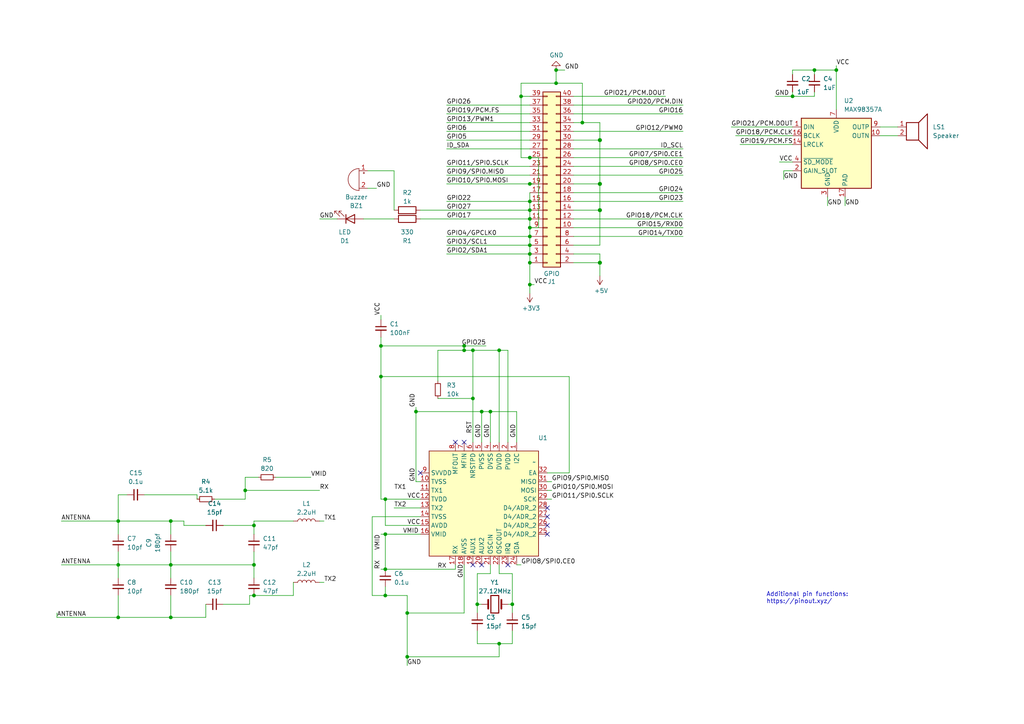
<source format=kicad_sch>
(kicad_sch
	(version 20231120)
	(generator "eeschema")
	(generator_version "8.0")
	(uuid "e63e39d7-6ac0-4ffd-8aa3-1841a4541b55")
	(paper "A4")
	(title_block
		(date "15 nov 2012")
	)
	(lib_symbols
		(symbol "Audio:MAX98357A"
			(exclude_from_sim no)
			(in_bom yes)
			(on_board yes)
			(property "Reference" "U"
				(at -8.89 11.43 0)
				(effects
					(font
						(size 1.27 1.27)
					)
				)
			)
			(property "Value" "MAX98357A"
				(at 10.16 11.43 0)
				(effects
					(font
						(size 1.27 1.27)
					)
				)
			)
			(property "Footprint" "Package_DFN_QFN:TQFN-16-1EP_3x3mm_P0.5mm_EP1.23x1.23mm"
				(at -1.27 -2.54 0)
				(effects
					(font
						(size 1.27 1.27)
					)
					(hide yes)
				)
			)
			(property "Datasheet" "https://www.analog.com/media/en/technical-documentation/data-sheets/MAX98357A-MAX98357B.pdf"
				(at 0 -2.54 0)
				(effects
					(font
						(size 1.27 1.27)
					)
					(hide yes)
				)
			)
			(property "Description" "Mono DAC with amplifier, I2S, PCM, TDM, 32-bit, 96khz, 3.2W, TQFP-16"
				(at 0 0 0)
				(effects
					(font
						(size 1.27 1.27)
					)
					(hide yes)
				)
			)
			(property "ki_keywords" "pcm tdm i2s left-justified amplifier audio dac"
				(at 0 0 0)
				(effects
					(font
						(size 1.27 1.27)
					)
					(hide yes)
				)
			)
			(property "ki_fp_filters" "TQFN*3x3mm*P0.5mm*EP1.23x1.23mm*"
				(at 0 0 0)
				(effects
					(font
						(size 1.27 1.27)
					)
					(hide yes)
				)
			)
			(symbol "MAX98357A_1_1"
				(rectangle
					(start -10.16 10.16)
					(end 10.16 -10.16)
					(stroke
						(width 0.254)
						(type default)
					)
					(fill
						(type background)
					)
				)
				(pin input line
					(at -12.7 7.62 0)
					(length 2.54)
					(name "DIN"
						(effects
							(font
								(size 1.27 1.27)
							)
						)
					)
					(number "1"
						(effects
							(font
								(size 1.27 1.27)
							)
						)
					)
				)
				(pin output line
					(at 12.7 5.08 180)
					(length 2.54)
					(name "OUTN"
						(effects
							(font
								(size 1.27 1.27)
							)
						)
					)
					(number "10"
						(effects
							(font
								(size 1.27 1.27)
							)
						)
					)
				)
				(pin passive line
					(at -2.54 -12.7 90)
					(length 2.54) hide
					(name "GND"
						(effects
							(font
								(size 1.27 1.27)
							)
						)
					)
					(number "11"
						(effects
							(font
								(size 1.27 1.27)
							)
						)
					)
				)
				(pin no_connect line
					(at 10.16 -5.08 180)
					(length 2.54) hide
					(name "NC"
						(effects
							(font
								(size 1.27 1.27)
							)
						)
					)
					(number "12"
						(effects
							(font
								(size 1.27 1.27)
							)
						)
					)
				)
				(pin no_connect line
					(at 10.16 -7.62 180)
					(length 2.54) hide
					(name "NC"
						(effects
							(font
								(size 1.27 1.27)
							)
						)
					)
					(number "13"
						(effects
							(font
								(size 1.27 1.27)
							)
						)
					)
				)
				(pin input line
					(at -12.7 2.54 0)
					(length 2.54)
					(name "LRCLK"
						(effects
							(font
								(size 1.27 1.27)
							)
						)
					)
					(number "14"
						(effects
							(font
								(size 1.27 1.27)
							)
						)
					)
				)
				(pin passive line
					(at -2.54 -12.7 90)
					(length 2.54) hide
					(name "GND"
						(effects
							(font
								(size 1.27 1.27)
							)
						)
					)
					(number "15"
						(effects
							(font
								(size 1.27 1.27)
							)
						)
					)
				)
				(pin input line
					(at -12.7 5.08 0)
					(length 2.54)
					(name "BCLK"
						(effects
							(font
								(size 1.27 1.27)
							)
						)
					)
					(number "16"
						(effects
							(font
								(size 1.27 1.27)
							)
						)
					)
				)
				(pin unspecified line
					(at 2.54 -12.7 90)
					(length 2.54)
					(name "PAD"
						(effects
							(font
								(size 1.27 1.27)
							)
						)
					)
					(number "17"
						(effects
							(font
								(size 1.27 1.27)
							)
						)
					)
				)
				(pin passive line
					(at -12.7 -5.08 0)
					(length 2.54)
					(name "GAIN_SLOT"
						(effects
							(font
								(size 1.27 1.27)
							)
						)
					)
					(number "2"
						(effects
							(font
								(size 1.27 1.27)
							)
						)
					)
				)
				(pin power_in line
					(at -2.54 -12.7 90)
					(length 2.54)
					(name "GND"
						(effects
							(font
								(size 1.27 1.27)
							)
						)
					)
					(number "3"
						(effects
							(font
								(size 1.27 1.27)
							)
						)
					)
				)
				(pin input line
					(at -12.7 -2.54 0)
					(length 2.54)
					(name "~{SD_MODE}"
						(effects
							(font
								(size 1.27 1.27)
							)
						)
					)
					(number "4"
						(effects
							(font
								(size 1.27 1.27)
							)
						)
					)
				)
				(pin no_connect line
					(at 10.16 2.54 180)
					(length 2.54) hide
					(name "NC"
						(effects
							(font
								(size 1.27 1.27)
							)
						)
					)
					(number "5"
						(effects
							(font
								(size 1.27 1.27)
							)
						)
					)
				)
				(pin no_connect line
					(at 10.16 0 180)
					(length 2.54) hide
					(name "NC"
						(effects
							(font
								(size 1.27 1.27)
							)
						)
					)
					(number "6"
						(effects
							(font
								(size 1.27 1.27)
							)
						)
					)
				)
				(pin power_in line
					(at 0 12.7 270)
					(length 2.54)
					(name "VDD"
						(effects
							(font
								(size 1.27 1.27)
							)
						)
					)
					(number "7"
						(effects
							(font
								(size 1.27 1.27)
							)
						)
					)
				)
				(pin passive line
					(at 0 12.7 270)
					(length 2.54) hide
					(name "VDD"
						(effects
							(font
								(size 1.27 1.27)
							)
						)
					)
					(number "8"
						(effects
							(font
								(size 1.27 1.27)
							)
						)
					)
				)
				(pin output line
					(at 12.7 7.62 180)
					(length 2.54)
					(name "OUTP"
						(effects
							(font
								(size 1.27 1.27)
							)
						)
					)
					(number "9"
						(effects
							(font
								(size 1.27 1.27)
							)
						)
					)
				)
			)
		)
		(symbol "Connector_Generic:Conn_02x20_Odd_Even"
			(pin_names
				(offset 1.016) hide)
			(exclude_from_sim no)
			(in_bom yes)
			(on_board yes)
			(property "Reference" "J"
				(at 1.27 25.4 0)
				(effects
					(font
						(size 1.27 1.27)
					)
				)
			)
			(property "Value" "Conn_02x20_Odd_Even"
				(at 1.27 -27.94 0)
				(effects
					(font
						(size 1.27 1.27)
					)
				)
			)
			(property "Footprint" ""
				(at 0 0 0)
				(effects
					(font
						(size 1.27 1.27)
					)
					(hide yes)
				)
			)
			(property "Datasheet" "~"
				(at 0 0 0)
				(effects
					(font
						(size 1.27 1.27)
					)
					(hide yes)
				)
			)
			(property "Description" "Generic connector, double row, 02x20, odd/even pin numbering scheme (row 1 odd numbers, row 2 even numbers), script generated (kicad-library-utils/schlib/autogen/connector/)"
				(at 0 0 0)
				(effects
					(font
						(size 1.27 1.27)
					)
					(hide yes)
				)
			)
			(property "ki_keywords" "connector"
				(at 0 0 0)
				(effects
					(font
						(size 1.27 1.27)
					)
					(hide yes)
				)
			)
			(property "ki_fp_filters" "Connector*:*_2x??_*"
				(at 0 0 0)
				(effects
					(font
						(size 1.27 1.27)
					)
					(hide yes)
				)
			)
			(symbol "Conn_02x20_Odd_Even_1_1"
				(rectangle
					(start -1.27 -25.273)
					(end 0 -25.527)
					(stroke
						(width 0.1524)
						(type default)
					)
					(fill
						(type none)
					)
				)
				(rectangle
					(start -1.27 -22.733)
					(end 0 -22.987)
					(stroke
						(width 0.1524)
						(type default)
					)
					(fill
						(type none)
					)
				)
				(rectangle
					(start -1.27 -20.193)
					(end 0 -20.447)
					(stroke
						(width 0.1524)
						(type default)
					)
					(fill
						(type none)
					)
				)
				(rectangle
					(start -1.27 -17.653)
					(end 0 -17.907)
					(stroke
						(width 0.1524)
						(type default)
					)
					(fill
						(type none)
					)
				)
				(rectangle
					(start -1.27 -15.113)
					(end 0 -15.367)
					(stroke
						(width 0.1524)
						(type default)
					)
					(fill
						(type none)
					)
				)
				(rectangle
					(start -1.27 -12.573)
					(end 0 -12.827)
					(stroke
						(width 0.1524)
						(type default)
					)
					(fill
						(type none)
					)
				)
				(rectangle
					(start -1.27 -10.033)
					(end 0 -10.287)
					(stroke
						(width 0.1524)
						(type default)
					)
					(fill
						(type none)
					)
				)
				(rectangle
					(start -1.27 -7.493)
					(end 0 -7.747)
					(stroke
						(width 0.1524)
						(type default)
					)
					(fill
						(type none)
					)
				)
				(rectangle
					(start -1.27 -4.953)
					(end 0 -5.207)
					(stroke
						(width 0.1524)
						(type default)
					)
					(fill
						(type none)
					)
				)
				(rectangle
					(start -1.27 -2.413)
					(end 0 -2.667)
					(stroke
						(width 0.1524)
						(type default)
					)
					(fill
						(type none)
					)
				)
				(rectangle
					(start -1.27 0.127)
					(end 0 -0.127)
					(stroke
						(width 0.1524)
						(type default)
					)
					(fill
						(type none)
					)
				)
				(rectangle
					(start -1.27 2.667)
					(end 0 2.413)
					(stroke
						(width 0.1524)
						(type default)
					)
					(fill
						(type none)
					)
				)
				(rectangle
					(start -1.27 5.207)
					(end 0 4.953)
					(stroke
						(width 0.1524)
						(type default)
					)
					(fill
						(type none)
					)
				)
				(rectangle
					(start -1.27 7.747)
					(end 0 7.493)
					(stroke
						(width 0.1524)
						(type default)
					)
					(fill
						(type none)
					)
				)
				(rectangle
					(start -1.27 10.287)
					(end 0 10.033)
					(stroke
						(width 0.1524)
						(type default)
					)
					(fill
						(type none)
					)
				)
				(rectangle
					(start -1.27 12.827)
					(end 0 12.573)
					(stroke
						(width 0.1524)
						(type default)
					)
					(fill
						(type none)
					)
				)
				(rectangle
					(start -1.27 15.367)
					(end 0 15.113)
					(stroke
						(width 0.1524)
						(type default)
					)
					(fill
						(type none)
					)
				)
				(rectangle
					(start -1.27 17.907)
					(end 0 17.653)
					(stroke
						(width 0.1524)
						(type default)
					)
					(fill
						(type none)
					)
				)
				(rectangle
					(start -1.27 20.447)
					(end 0 20.193)
					(stroke
						(width 0.1524)
						(type default)
					)
					(fill
						(type none)
					)
				)
				(rectangle
					(start -1.27 22.987)
					(end 0 22.733)
					(stroke
						(width 0.1524)
						(type default)
					)
					(fill
						(type none)
					)
				)
				(rectangle
					(start -1.27 24.13)
					(end 3.81 -26.67)
					(stroke
						(width 0.254)
						(type default)
					)
					(fill
						(type background)
					)
				)
				(rectangle
					(start 3.81 -25.273)
					(end 2.54 -25.527)
					(stroke
						(width 0.1524)
						(type default)
					)
					(fill
						(type none)
					)
				)
				(rectangle
					(start 3.81 -22.733)
					(end 2.54 -22.987)
					(stroke
						(width 0.1524)
						(type default)
					)
					(fill
						(type none)
					)
				)
				(rectangle
					(start 3.81 -20.193)
					(end 2.54 -20.447)
					(stroke
						(width 0.1524)
						(type default)
					)
					(fill
						(type none)
					)
				)
				(rectangle
					(start 3.81 -17.653)
					(end 2.54 -17.907)
					(stroke
						(width 0.1524)
						(type default)
					)
					(fill
						(type none)
					)
				)
				(rectangle
					(start 3.81 -15.113)
					(end 2.54 -15.367)
					(stroke
						(width 0.1524)
						(type default)
					)
					(fill
						(type none)
					)
				)
				(rectangle
					(start 3.81 -12.573)
					(end 2.54 -12.827)
					(stroke
						(width 0.1524)
						(type default)
					)
					(fill
						(type none)
					)
				)
				(rectangle
					(start 3.81 -10.033)
					(end 2.54 -10.287)
					(stroke
						(width 0.1524)
						(type default)
					)
					(fill
						(type none)
					)
				)
				(rectangle
					(start 3.81 -7.493)
					(end 2.54 -7.747)
					(stroke
						(width 0.1524)
						(type default)
					)
					(fill
						(type none)
					)
				)
				(rectangle
					(start 3.81 -4.953)
					(end 2.54 -5.207)
					(stroke
						(width 0.1524)
						(type default)
					)
					(fill
						(type none)
					)
				)
				(rectangle
					(start 3.81 -2.413)
					(end 2.54 -2.667)
					(stroke
						(width 0.1524)
						(type default)
					)
					(fill
						(type none)
					)
				)
				(rectangle
					(start 3.81 0.127)
					(end 2.54 -0.127)
					(stroke
						(width 0.1524)
						(type default)
					)
					(fill
						(type none)
					)
				)
				(rectangle
					(start 3.81 2.667)
					(end 2.54 2.413)
					(stroke
						(width 0.1524)
						(type default)
					)
					(fill
						(type none)
					)
				)
				(rectangle
					(start 3.81 5.207)
					(end 2.54 4.953)
					(stroke
						(width 0.1524)
						(type default)
					)
					(fill
						(type none)
					)
				)
				(rectangle
					(start 3.81 7.747)
					(end 2.54 7.493)
					(stroke
						(width 0.1524)
						(type default)
					)
					(fill
						(type none)
					)
				)
				(rectangle
					(start 3.81 10.287)
					(end 2.54 10.033)
					(stroke
						(width 0.1524)
						(type default)
					)
					(fill
						(type none)
					)
				)
				(rectangle
					(start 3.81 12.827)
					(end 2.54 12.573)
					(stroke
						(width 0.1524)
						(type default)
					)
					(fill
						(type none)
					)
				)
				(rectangle
					(start 3.81 15.367)
					(end 2.54 15.113)
					(stroke
						(width 0.1524)
						(type default)
					)
					(fill
						(type none)
					)
				)
				(rectangle
					(start 3.81 17.907)
					(end 2.54 17.653)
					(stroke
						(width 0.1524)
						(type default)
					)
					(fill
						(type none)
					)
				)
				(rectangle
					(start 3.81 20.447)
					(end 2.54 20.193)
					(stroke
						(width 0.1524)
						(type default)
					)
					(fill
						(type none)
					)
				)
				(rectangle
					(start 3.81 22.987)
					(end 2.54 22.733)
					(stroke
						(width 0.1524)
						(type default)
					)
					(fill
						(type none)
					)
				)
				(pin passive line
					(at -5.08 22.86 0)
					(length 3.81)
					(name "Pin_1"
						(effects
							(font
								(size 1.27 1.27)
							)
						)
					)
					(number "1"
						(effects
							(font
								(size 1.27 1.27)
							)
						)
					)
				)
				(pin passive line
					(at 7.62 12.7 180)
					(length 3.81)
					(name "Pin_10"
						(effects
							(font
								(size 1.27 1.27)
							)
						)
					)
					(number "10"
						(effects
							(font
								(size 1.27 1.27)
							)
						)
					)
				)
				(pin passive line
					(at -5.08 10.16 0)
					(length 3.81)
					(name "Pin_11"
						(effects
							(font
								(size 1.27 1.27)
							)
						)
					)
					(number "11"
						(effects
							(font
								(size 1.27 1.27)
							)
						)
					)
				)
				(pin passive line
					(at 7.62 10.16 180)
					(length 3.81)
					(name "Pin_12"
						(effects
							(font
								(size 1.27 1.27)
							)
						)
					)
					(number "12"
						(effects
							(font
								(size 1.27 1.27)
							)
						)
					)
				)
				(pin passive line
					(at -5.08 7.62 0)
					(length 3.81)
					(name "Pin_13"
						(effects
							(font
								(size 1.27 1.27)
							)
						)
					)
					(number "13"
						(effects
							(font
								(size 1.27 1.27)
							)
						)
					)
				)
				(pin passive line
					(at 7.62 7.62 180)
					(length 3.81)
					(name "Pin_14"
						(effects
							(font
								(size 1.27 1.27)
							)
						)
					)
					(number "14"
						(effects
							(font
								(size 1.27 1.27)
							)
						)
					)
				)
				(pin passive line
					(at -5.08 5.08 0)
					(length 3.81)
					(name "Pin_15"
						(effects
							(font
								(size 1.27 1.27)
							)
						)
					)
					(number "15"
						(effects
							(font
								(size 1.27 1.27)
							)
						)
					)
				)
				(pin passive line
					(at 7.62 5.08 180)
					(length 3.81)
					(name "Pin_16"
						(effects
							(font
								(size 1.27 1.27)
							)
						)
					)
					(number "16"
						(effects
							(font
								(size 1.27 1.27)
							)
						)
					)
				)
				(pin passive line
					(at -5.08 2.54 0)
					(length 3.81)
					(name "Pin_17"
						(effects
							(font
								(size 1.27 1.27)
							)
						)
					)
					(number "17"
						(effects
							(font
								(size 1.27 1.27)
							)
						)
					)
				)
				(pin passive line
					(at 7.62 2.54 180)
					(length 3.81)
					(name "Pin_18"
						(effects
							(font
								(size 1.27 1.27)
							)
						)
					)
					(number "18"
						(effects
							(font
								(size 1.27 1.27)
							)
						)
					)
				)
				(pin passive line
					(at -5.08 0 0)
					(length 3.81)
					(name "Pin_19"
						(effects
							(font
								(size 1.27 1.27)
							)
						)
					)
					(number "19"
						(effects
							(font
								(size 1.27 1.27)
							)
						)
					)
				)
				(pin passive line
					(at 7.62 22.86 180)
					(length 3.81)
					(name "Pin_2"
						(effects
							(font
								(size 1.27 1.27)
							)
						)
					)
					(number "2"
						(effects
							(font
								(size 1.27 1.27)
							)
						)
					)
				)
				(pin passive line
					(at 7.62 0 180)
					(length 3.81)
					(name "Pin_20"
						(effects
							(font
								(size 1.27 1.27)
							)
						)
					)
					(number "20"
						(effects
							(font
								(size 1.27 1.27)
							)
						)
					)
				)
				(pin passive line
					(at -5.08 -2.54 0)
					(length 3.81)
					(name "Pin_21"
						(effects
							(font
								(size 1.27 1.27)
							)
						)
					)
					(number "21"
						(effects
							(font
								(size 1.27 1.27)
							)
						)
					)
				)
				(pin passive line
					(at 7.62 -2.54 180)
					(length 3.81)
					(name "Pin_22"
						(effects
							(font
								(size 1.27 1.27)
							)
						)
					)
					(number "22"
						(effects
							(font
								(size 1.27 1.27)
							)
						)
					)
				)
				(pin passive line
					(at -5.08 -5.08 0)
					(length 3.81)
					(name "Pin_23"
						(effects
							(font
								(size 1.27 1.27)
							)
						)
					)
					(number "23"
						(effects
							(font
								(size 1.27 1.27)
							)
						)
					)
				)
				(pin passive line
					(at 7.62 -5.08 180)
					(length 3.81)
					(name "Pin_24"
						(effects
							(font
								(size 1.27 1.27)
							)
						)
					)
					(number "24"
						(effects
							(font
								(size 1.27 1.27)
							)
						)
					)
				)
				(pin passive line
					(at -5.08 -7.62 0)
					(length 3.81)
					(name "Pin_25"
						(effects
							(font
								(size 1.27 1.27)
							)
						)
					)
					(number "25"
						(effects
							(font
								(size 1.27 1.27)
							)
						)
					)
				)
				(pin passive line
					(at 7.62 -7.62 180)
					(length 3.81)
					(name "Pin_26"
						(effects
							(font
								(size 1.27 1.27)
							)
						)
					)
					(number "26"
						(effects
							(font
								(size 1.27 1.27)
							)
						)
					)
				)
				(pin passive line
					(at -5.08 -10.16 0)
					(length 3.81)
					(name "Pin_27"
						(effects
							(font
								(size 1.27 1.27)
							)
						)
					)
					(number "27"
						(effects
							(font
								(size 1.27 1.27)
							)
						)
					)
				)
				(pin passive line
					(at 7.62 -10.16 180)
					(length 3.81)
					(name "Pin_28"
						(effects
							(font
								(size 1.27 1.27)
							)
						)
					)
					(number "28"
						(effects
							(font
								(size 1.27 1.27)
							)
						)
					)
				)
				(pin passive line
					(at -5.08 -12.7 0)
					(length 3.81)
					(name "Pin_29"
						(effects
							(font
								(size 1.27 1.27)
							)
						)
					)
					(number "29"
						(effects
							(font
								(size 1.27 1.27)
							)
						)
					)
				)
				(pin passive line
					(at -5.08 20.32 0)
					(length 3.81)
					(name "Pin_3"
						(effects
							(font
								(size 1.27 1.27)
							)
						)
					)
					(number "3"
						(effects
							(font
								(size 1.27 1.27)
							)
						)
					)
				)
				(pin passive line
					(at 7.62 -12.7 180)
					(length 3.81)
					(name "Pin_30"
						(effects
							(font
								(size 1.27 1.27)
							)
						)
					)
					(number "30"
						(effects
							(font
								(size 1.27 1.27)
							)
						)
					)
				)
				(pin passive line
					(at -5.08 -15.24 0)
					(length 3.81)
					(name "Pin_31"
						(effects
							(font
								(size 1.27 1.27)
							)
						)
					)
					(number "31"
						(effects
							(font
								(size 1.27 1.27)
							)
						)
					)
				)
				(pin passive line
					(at 7.62 -15.24 180)
					(length 3.81)
					(name "Pin_32"
						(effects
							(font
								(size 1.27 1.27)
							)
						)
					)
					(number "32"
						(effects
							(font
								(size 1.27 1.27)
							)
						)
					)
				)
				(pin passive line
					(at -5.08 -17.78 0)
					(length 3.81)
					(name "Pin_33"
						(effects
							(font
								(size 1.27 1.27)
							)
						)
					)
					(number "33"
						(effects
							(font
								(size 1.27 1.27)
							)
						)
					)
				)
				(pin passive line
					(at 7.62 -17.78 180)
					(length 3.81)
					(name "Pin_34"
						(effects
							(font
								(size 1.27 1.27)
							)
						)
					)
					(number "34"
						(effects
							(font
								(size 1.27 1.27)
							)
						)
					)
				)
				(pin passive line
					(at -5.08 -20.32 0)
					(length 3.81)
					(name "Pin_35"
						(effects
							(font
								(size 1.27 1.27)
							)
						)
					)
					(number "35"
						(effects
							(font
								(size 1.27 1.27)
							)
						)
					)
				)
				(pin passive line
					(at 7.62 -20.32 180)
					(length 3.81)
					(name "Pin_36"
						(effects
							(font
								(size 1.27 1.27)
							)
						)
					)
					(number "36"
						(effects
							(font
								(size 1.27 1.27)
							)
						)
					)
				)
				(pin passive line
					(at -5.08 -22.86 0)
					(length 3.81)
					(name "Pin_37"
						(effects
							(font
								(size 1.27 1.27)
							)
						)
					)
					(number "37"
						(effects
							(font
								(size 1.27 1.27)
							)
						)
					)
				)
				(pin passive line
					(at 7.62 -22.86 180)
					(length 3.81)
					(name "Pin_38"
						(effects
							(font
								(size 1.27 1.27)
							)
						)
					)
					(number "38"
						(effects
							(font
								(size 1.27 1.27)
							)
						)
					)
				)
				(pin passive line
					(at -5.08 -25.4 0)
					(length 3.81)
					(name "Pin_39"
						(effects
							(font
								(size 1.27 1.27)
							)
						)
					)
					(number "39"
						(effects
							(font
								(size 1.27 1.27)
							)
						)
					)
				)
				(pin passive line
					(at 7.62 20.32 180)
					(length 3.81)
					(name "Pin_4"
						(effects
							(font
								(size 1.27 1.27)
							)
						)
					)
					(number "4"
						(effects
							(font
								(size 1.27 1.27)
							)
						)
					)
				)
				(pin passive line
					(at 7.62 -25.4 180)
					(length 3.81)
					(name "Pin_40"
						(effects
							(font
								(size 1.27 1.27)
							)
						)
					)
					(number "40"
						(effects
							(font
								(size 1.27 1.27)
							)
						)
					)
				)
				(pin passive line
					(at -5.08 17.78 0)
					(length 3.81)
					(name "Pin_5"
						(effects
							(font
								(size 1.27 1.27)
							)
						)
					)
					(number "5"
						(effects
							(font
								(size 1.27 1.27)
							)
						)
					)
				)
				(pin passive line
					(at 7.62 17.78 180)
					(length 3.81)
					(name "Pin_6"
						(effects
							(font
								(size 1.27 1.27)
							)
						)
					)
					(number "6"
						(effects
							(font
								(size 1.27 1.27)
							)
						)
					)
				)
				(pin passive line
					(at -5.08 15.24 0)
					(length 3.81)
					(name "Pin_7"
						(effects
							(font
								(size 1.27 1.27)
							)
						)
					)
					(number "7"
						(effects
							(font
								(size 1.27 1.27)
							)
						)
					)
				)
				(pin passive line
					(at 7.62 15.24 180)
					(length 3.81)
					(name "Pin_8"
						(effects
							(font
								(size 1.27 1.27)
							)
						)
					)
					(number "8"
						(effects
							(font
								(size 1.27 1.27)
							)
						)
					)
				)
				(pin passive line
					(at -5.08 12.7 0)
					(length 3.81)
					(name "Pin_9"
						(effects
							(font
								(size 1.27 1.27)
							)
						)
					)
					(number "9"
						(effects
							(font
								(size 1.27 1.27)
							)
						)
					)
				)
			)
		)
		(symbol "Device:Buzzer"
			(pin_names
				(offset 0.0254) hide)
			(exclude_from_sim no)
			(in_bom yes)
			(on_board yes)
			(property "Reference" "BZ"
				(at 3.81 1.27 0)
				(effects
					(font
						(size 1.27 1.27)
					)
					(justify left)
				)
			)
			(property "Value" "Buzzer"
				(at 3.81 -1.27 0)
				(effects
					(font
						(size 1.27 1.27)
					)
					(justify left)
				)
			)
			(property "Footprint" ""
				(at -0.635 2.54 90)
				(effects
					(font
						(size 1.27 1.27)
					)
					(hide yes)
				)
			)
			(property "Datasheet" "~"
				(at -0.635 2.54 90)
				(effects
					(font
						(size 1.27 1.27)
					)
					(hide yes)
				)
			)
			(property "Description" "Buzzer, polarized"
				(at 0 0 0)
				(effects
					(font
						(size 1.27 1.27)
					)
					(hide yes)
				)
			)
			(property "ki_keywords" "quartz resonator ceramic"
				(at 0 0 0)
				(effects
					(font
						(size 1.27 1.27)
					)
					(hide yes)
				)
			)
			(property "ki_fp_filters" "*Buzzer*"
				(at 0 0 0)
				(effects
					(font
						(size 1.27 1.27)
					)
					(hide yes)
				)
			)
			(symbol "Buzzer_0_1"
				(arc
					(start 0 -3.175)
					(mid 3.1612 0)
					(end 0 3.175)
					(stroke
						(width 0)
						(type default)
					)
					(fill
						(type none)
					)
				)
				(polyline
					(pts
						(xy -1.651 1.905) (xy -1.143 1.905)
					)
					(stroke
						(width 0)
						(type default)
					)
					(fill
						(type none)
					)
				)
				(polyline
					(pts
						(xy -1.397 2.159) (xy -1.397 1.651)
					)
					(stroke
						(width 0)
						(type default)
					)
					(fill
						(type none)
					)
				)
				(polyline
					(pts
						(xy 0 3.175) (xy 0 -3.175)
					)
					(stroke
						(width 0)
						(type default)
					)
					(fill
						(type none)
					)
				)
			)
			(symbol "Buzzer_1_1"
				(pin passive line
					(at -2.54 2.54 0)
					(length 2.54)
					(name "+"
						(effects
							(font
								(size 1.27 1.27)
							)
						)
					)
					(number "1"
						(effects
							(font
								(size 1.27 1.27)
							)
						)
					)
				)
				(pin passive line
					(at -2.54 -2.54 0)
					(length 2.54)
					(name "-"
						(effects
							(font
								(size 1.27 1.27)
							)
						)
					)
					(number "2"
						(effects
							(font
								(size 1.27 1.27)
							)
						)
					)
				)
			)
		)
		(symbol "Device:C_Small"
			(pin_numbers hide)
			(pin_names
				(offset 0.254) hide)
			(exclude_from_sim no)
			(in_bom yes)
			(on_board yes)
			(property "Reference" "C"
				(at 0.254 1.778 0)
				(effects
					(font
						(size 1.27 1.27)
					)
					(justify left)
				)
			)
			(property "Value" "C_Small"
				(at 0.254 -2.032 0)
				(effects
					(font
						(size 1.27 1.27)
					)
					(justify left)
				)
			)
			(property "Footprint" ""
				(at 0 0 0)
				(effects
					(font
						(size 1.27 1.27)
					)
					(hide yes)
				)
			)
			(property "Datasheet" "~"
				(at 0 0 0)
				(effects
					(font
						(size 1.27 1.27)
					)
					(hide yes)
				)
			)
			(property "Description" "Unpolarized capacitor, small symbol"
				(at 0 0 0)
				(effects
					(font
						(size 1.27 1.27)
					)
					(hide yes)
				)
			)
			(property "ki_keywords" "capacitor cap"
				(at 0 0 0)
				(effects
					(font
						(size 1.27 1.27)
					)
					(hide yes)
				)
			)
			(property "ki_fp_filters" "C_*"
				(at 0 0 0)
				(effects
					(font
						(size 1.27 1.27)
					)
					(hide yes)
				)
			)
			(symbol "C_Small_0_1"
				(polyline
					(pts
						(xy -1.524 -0.508) (xy 1.524 -0.508)
					)
					(stroke
						(width 0.3302)
						(type default)
					)
					(fill
						(type none)
					)
				)
				(polyline
					(pts
						(xy -1.524 0.508) (xy 1.524 0.508)
					)
					(stroke
						(width 0.3048)
						(type default)
					)
					(fill
						(type none)
					)
				)
			)
			(symbol "C_Small_1_1"
				(pin passive line
					(at 0 2.54 270)
					(length 2.032)
					(name "~"
						(effects
							(font
								(size 1.27 1.27)
							)
						)
					)
					(number "1"
						(effects
							(font
								(size 1.27 1.27)
							)
						)
					)
				)
				(pin passive line
					(at 0 -2.54 90)
					(length 2.032)
					(name "~"
						(effects
							(font
								(size 1.27 1.27)
							)
						)
					)
					(number "2"
						(effects
							(font
								(size 1.27 1.27)
							)
						)
					)
				)
			)
		)
		(symbol "Device:Crystal"
			(pin_numbers hide)
			(pin_names
				(offset 1.016) hide)
			(exclude_from_sim no)
			(in_bom yes)
			(on_board yes)
			(property "Reference" "Y"
				(at 0 3.81 0)
				(effects
					(font
						(size 1.27 1.27)
					)
				)
			)
			(property "Value" "Crystal"
				(at 0 -3.81 0)
				(effects
					(font
						(size 1.27 1.27)
					)
				)
			)
			(property "Footprint" ""
				(at 0 0 0)
				(effects
					(font
						(size 1.27 1.27)
					)
					(hide yes)
				)
			)
			(property "Datasheet" "~"
				(at 0 0 0)
				(effects
					(font
						(size 1.27 1.27)
					)
					(hide yes)
				)
			)
			(property "Description" "Two pin crystal"
				(at 0 0 0)
				(effects
					(font
						(size 1.27 1.27)
					)
					(hide yes)
				)
			)
			(property "ki_keywords" "quartz ceramic resonator oscillator"
				(at 0 0 0)
				(effects
					(font
						(size 1.27 1.27)
					)
					(hide yes)
				)
			)
			(property "ki_fp_filters" "Crystal*"
				(at 0 0 0)
				(effects
					(font
						(size 1.27 1.27)
					)
					(hide yes)
				)
			)
			(symbol "Crystal_0_1"
				(rectangle
					(start -1.143 2.54)
					(end 1.143 -2.54)
					(stroke
						(width 0.3048)
						(type default)
					)
					(fill
						(type none)
					)
				)
				(polyline
					(pts
						(xy -2.54 0) (xy -1.905 0)
					)
					(stroke
						(width 0)
						(type default)
					)
					(fill
						(type none)
					)
				)
				(polyline
					(pts
						(xy -1.905 -1.27) (xy -1.905 1.27)
					)
					(stroke
						(width 0.508)
						(type default)
					)
					(fill
						(type none)
					)
				)
				(polyline
					(pts
						(xy 1.905 -1.27) (xy 1.905 1.27)
					)
					(stroke
						(width 0.508)
						(type default)
					)
					(fill
						(type none)
					)
				)
				(polyline
					(pts
						(xy 2.54 0) (xy 1.905 0)
					)
					(stroke
						(width 0)
						(type default)
					)
					(fill
						(type none)
					)
				)
			)
			(symbol "Crystal_1_1"
				(pin passive line
					(at -3.81 0 0)
					(length 1.27)
					(name "1"
						(effects
							(font
								(size 1.27 1.27)
							)
						)
					)
					(number "1"
						(effects
							(font
								(size 1.27 1.27)
							)
						)
					)
				)
				(pin passive line
					(at 3.81 0 180)
					(length 1.27)
					(name "2"
						(effects
							(font
								(size 1.27 1.27)
							)
						)
					)
					(number "2"
						(effects
							(font
								(size 1.27 1.27)
							)
						)
					)
				)
			)
		)
		(symbol "Device:L"
			(pin_numbers hide)
			(pin_names
				(offset 1.016) hide)
			(exclude_from_sim no)
			(in_bom yes)
			(on_board yes)
			(property "Reference" "L"
				(at -1.27 0 90)
				(effects
					(font
						(size 1.27 1.27)
					)
				)
			)
			(property "Value" "L"
				(at 1.905 0 90)
				(effects
					(font
						(size 1.27 1.27)
					)
				)
			)
			(property "Footprint" ""
				(at 0 0 0)
				(effects
					(font
						(size 1.27 1.27)
					)
					(hide yes)
				)
			)
			(property "Datasheet" "~"
				(at 0 0 0)
				(effects
					(font
						(size 1.27 1.27)
					)
					(hide yes)
				)
			)
			(property "Description" "Inductor"
				(at 0 0 0)
				(effects
					(font
						(size 1.27 1.27)
					)
					(hide yes)
				)
			)
			(property "ki_keywords" "inductor choke coil reactor magnetic"
				(at 0 0 0)
				(effects
					(font
						(size 1.27 1.27)
					)
					(hide yes)
				)
			)
			(property "ki_fp_filters" "Choke_* *Coil* Inductor_* L_*"
				(at 0 0 0)
				(effects
					(font
						(size 1.27 1.27)
					)
					(hide yes)
				)
			)
			(symbol "L_0_1"
				(arc
					(start 0 -2.54)
					(mid 0.6323 -1.905)
					(end 0 -1.27)
					(stroke
						(width 0)
						(type default)
					)
					(fill
						(type none)
					)
				)
				(arc
					(start 0 -1.27)
					(mid 0.6323 -0.635)
					(end 0 0)
					(stroke
						(width 0)
						(type default)
					)
					(fill
						(type none)
					)
				)
				(arc
					(start 0 0)
					(mid 0.6323 0.635)
					(end 0 1.27)
					(stroke
						(width 0)
						(type default)
					)
					(fill
						(type none)
					)
				)
				(arc
					(start 0 1.27)
					(mid 0.6323 1.905)
					(end 0 2.54)
					(stroke
						(width 0)
						(type default)
					)
					(fill
						(type none)
					)
				)
			)
			(symbol "L_1_1"
				(pin passive line
					(at 0 3.81 270)
					(length 1.27)
					(name "1"
						(effects
							(font
								(size 1.27 1.27)
							)
						)
					)
					(number "1"
						(effects
							(font
								(size 1.27 1.27)
							)
						)
					)
				)
				(pin passive line
					(at 0 -3.81 90)
					(length 1.27)
					(name "2"
						(effects
							(font
								(size 1.27 1.27)
							)
						)
					)
					(number "2"
						(effects
							(font
								(size 1.27 1.27)
							)
						)
					)
				)
			)
		)
		(symbol "Device:LED"
			(pin_numbers hide)
			(pin_names
				(offset 1.016) hide)
			(exclude_from_sim no)
			(in_bom yes)
			(on_board yes)
			(property "Reference" "D"
				(at 0 2.54 0)
				(effects
					(font
						(size 1.27 1.27)
					)
				)
			)
			(property "Value" "LED"
				(at 0 -2.54 0)
				(effects
					(font
						(size 1.27 1.27)
					)
				)
			)
			(property "Footprint" ""
				(at 0 0 0)
				(effects
					(font
						(size 1.27 1.27)
					)
					(hide yes)
				)
			)
			(property "Datasheet" "~"
				(at 0 0 0)
				(effects
					(font
						(size 1.27 1.27)
					)
					(hide yes)
				)
			)
			(property "Description" "Light emitting diode"
				(at 0 0 0)
				(effects
					(font
						(size 1.27 1.27)
					)
					(hide yes)
				)
			)
			(property "ki_keywords" "LED diode"
				(at 0 0 0)
				(effects
					(font
						(size 1.27 1.27)
					)
					(hide yes)
				)
			)
			(property "ki_fp_filters" "LED* LED_SMD:* LED_THT:*"
				(at 0 0 0)
				(effects
					(font
						(size 1.27 1.27)
					)
					(hide yes)
				)
			)
			(symbol "LED_0_1"
				(polyline
					(pts
						(xy -1.27 -1.27) (xy -1.27 1.27)
					)
					(stroke
						(width 0.254)
						(type default)
					)
					(fill
						(type none)
					)
				)
				(polyline
					(pts
						(xy -1.27 0) (xy 1.27 0)
					)
					(stroke
						(width 0)
						(type default)
					)
					(fill
						(type none)
					)
				)
				(polyline
					(pts
						(xy 1.27 -1.27) (xy 1.27 1.27) (xy -1.27 0) (xy 1.27 -1.27)
					)
					(stroke
						(width 0.254)
						(type default)
					)
					(fill
						(type none)
					)
				)
				(polyline
					(pts
						(xy -3.048 -0.762) (xy -4.572 -2.286) (xy -3.81 -2.286) (xy -4.572 -2.286) (xy -4.572 -1.524)
					)
					(stroke
						(width 0)
						(type default)
					)
					(fill
						(type none)
					)
				)
				(polyline
					(pts
						(xy -1.778 -0.762) (xy -3.302 -2.286) (xy -2.54 -2.286) (xy -3.302 -2.286) (xy -3.302 -1.524)
					)
					(stroke
						(width 0)
						(type default)
					)
					(fill
						(type none)
					)
				)
			)
			(symbol "LED_1_1"
				(pin passive line
					(at -3.81 0 0)
					(length 2.54)
					(name "K"
						(effects
							(font
								(size 1.27 1.27)
							)
						)
					)
					(number "1"
						(effects
							(font
								(size 1.27 1.27)
							)
						)
					)
				)
				(pin passive line
					(at 3.81 0 180)
					(length 2.54)
					(name "A"
						(effects
							(font
								(size 1.27 1.27)
							)
						)
					)
					(number "2"
						(effects
							(font
								(size 1.27 1.27)
							)
						)
					)
				)
			)
		)
		(symbol "Device:R"
			(pin_numbers hide)
			(pin_names
				(offset 0)
			)
			(exclude_from_sim no)
			(in_bom yes)
			(on_board yes)
			(property "Reference" "R"
				(at 2.032 0 90)
				(effects
					(font
						(size 1.27 1.27)
					)
				)
			)
			(property "Value" "R"
				(at 0 0 90)
				(effects
					(font
						(size 1.27 1.27)
					)
				)
			)
			(property "Footprint" ""
				(at -1.778 0 90)
				(effects
					(font
						(size 1.27 1.27)
					)
					(hide yes)
				)
			)
			(property "Datasheet" "~"
				(at 0 0 0)
				(effects
					(font
						(size 1.27 1.27)
					)
					(hide yes)
				)
			)
			(property "Description" "Resistor"
				(at 0 0 0)
				(effects
					(font
						(size 1.27 1.27)
					)
					(hide yes)
				)
			)
			(property "ki_keywords" "R res resistor"
				(at 0 0 0)
				(effects
					(font
						(size 1.27 1.27)
					)
					(hide yes)
				)
			)
			(property "ki_fp_filters" "R_*"
				(at 0 0 0)
				(effects
					(font
						(size 1.27 1.27)
					)
					(hide yes)
				)
			)
			(symbol "R_0_1"
				(rectangle
					(start -1.016 -2.54)
					(end 1.016 2.54)
					(stroke
						(width 0.254)
						(type default)
					)
					(fill
						(type none)
					)
				)
			)
			(symbol "R_1_1"
				(pin passive line
					(at 0 3.81 270)
					(length 1.27)
					(name "~"
						(effects
							(font
								(size 1.27 1.27)
							)
						)
					)
					(number "1"
						(effects
							(font
								(size 1.27 1.27)
							)
						)
					)
				)
				(pin passive line
					(at 0 -3.81 90)
					(length 1.27)
					(name "~"
						(effects
							(font
								(size 1.27 1.27)
							)
						)
					)
					(number "2"
						(effects
							(font
								(size 1.27 1.27)
							)
						)
					)
				)
			)
		)
		(symbol "Device:R_Small"
			(pin_numbers hide)
			(pin_names
				(offset 0.254) hide)
			(exclude_from_sim no)
			(in_bom yes)
			(on_board yes)
			(property "Reference" "R"
				(at 0.762 0.508 0)
				(effects
					(font
						(size 1.27 1.27)
					)
					(justify left)
				)
			)
			(property "Value" "R_Small"
				(at 0.762 -1.016 0)
				(effects
					(font
						(size 1.27 1.27)
					)
					(justify left)
				)
			)
			(property "Footprint" ""
				(at 0 0 0)
				(effects
					(font
						(size 1.27 1.27)
					)
					(hide yes)
				)
			)
			(property "Datasheet" "~"
				(at 0 0 0)
				(effects
					(font
						(size 1.27 1.27)
					)
					(hide yes)
				)
			)
			(property "Description" "Resistor, small symbol"
				(at 0 0 0)
				(effects
					(font
						(size 1.27 1.27)
					)
					(hide yes)
				)
			)
			(property "ki_keywords" "R resistor"
				(at 0 0 0)
				(effects
					(font
						(size 1.27 1.27)
					)
					(hide yes)
				)
			)
			(property "ki_fp_filters" "R_*"
				(at 0 0 0)
				(effects
					(font
						(size 1.27 1.27)
					)
					(hide yes)
				)
			)
			(symbol "R_Small_0_1"
				(rectangle
					(start -0.762 1.778)
					(end 0.762 -1.778)
					(stroke
						(width 0.2032)
						(type default)
					)
					(fill
						(type none)
					)
				)
			)
			(symbol "R_Small_1_1"
				(pin passive line
					(at 0 2.54 270)
					(length 0.762)
					(name "~"
						(effects
							(font
								(size 1.27 1.27)
							)
						)
					)
					(number "1"
						(effects
							(font
								(size 1.27 1.27)
							)
						)
					)
				)
				(pin passive line
					(at 0 -2.54 90)
					(length 0.762)
					(name "~"
						(effects
							(font
								(size 1.27 1.27)
							)
						)
					)
					(number "2"
						(effects
							(font
								(size 1.27 1.27)
							)
						)
					)
				)
			)
		)
		(symbol "Device:Speaker"
			(pin_names
				(offset 0) hide)
			(exclude_from_sim no)
			(in_bom yes)
			(on_board yes)
			(property "Reference" "LS"
				(at 1.27 5.715 0)
				(effects
					(font
						(size 1.27 1.27)
					)
					(justify right)
				)
			)
			(property "Value" "Speaker"
				(at 1.27 3.81 0)
				(effects
					(font
						(size 1.27 1.27)
					)
					(justify right)
				)
			)
			(property "Footprint" ""
				(at 0 -5.08 0)
				(effects
					(font
						(size 1.27 1.27)
					)
					(hide yes)
				)
			)
			(property "Datasheet" "~"
				(at -0.254 -1.27 0)
				(effects
					(font
						(size 1.27 1.27)
					)
					(hide yes)
				)
			)
			(property "Description" "Speaker"
				(at 0 0 0)
				(effects
					(font
						(size 1.27 1.27)
					)
					(hide yes)
				)
			)
			(property "ki_keywords" "speaker sound"
				(at 0 0 0)
				(effects
					(font
						(size 1.27 1.27)
					)
					(hide yes)
				)
			)
			(symbol "Speaker_0_0"
				(rectangle
					(start -2.54 1.27)
					(end 1.016 -3.81)
					(stroke
						(width 0.254)
						(type default)
					)
					(fill
						(type none)
					)
				)
				(polyline
					(pts
						(xy 1.016 1.27) (xy 3.556 3.81) (xy 3.556 -6.35) (xy 1.016 -3.81)
					)
					(stroke
						(width 0.254)
						(type default)
					)
					(fill
						(type none)
					)
				)
			)
			(symbol "Speaker_1_1"
				(pin input line
					(at -5.08 0 0)
					(length 2.54)
					(name "1"
						(effects
							(font
								(size 1.27 1.27)
							)
						)
					)
					(number "1"
						(effects
							(font
								(size 1.27 1.27)
							)
						)
					)
				)
				(pin input line
					(at -5.08 -2.54 0)
					(length 2.54)
					(name "2"
						(effects
							(font
								(size 1.27 1.27)
							)
						)
					)
					(number "2"
						(effects
							(font
								(size 1.27 1.27)
							)
						)
					)
				)
			)
		)
		(symbol "power:+3.3V"
			(power)
			(pin_names
				(offset 0)
			)
			(exclude_from_sim no)
			(in_bom yes)
			(on_board yes)
			(property "Reference" "#PWR"
				(at 0 -3.81 0)
				(effects
					(font
						(size 1.27 1.27)
					)
					(hide yes)
				)
			)
			(property "Value" "+3.3V"
				(at 0 3.556 0)
				(effects
					(font
						(size 1.27 1.27)
					)
				)
			)
			(property "Footprint" ""
				(at 0 0 0)
				(effects
					(font
						(size 1.27 1.27)
					)
					(hide yes)
				)
			)
			(property "Datasheet" ""
				(at 0 0 0)
				(effects
					(font
						(size 1.27 1.27)
					)
					(hide yes)
				)
			)
			(property "Description" "Power symbol creates a global label with name \"+3.3V\""
				(at 0 0 0)
				(effects
					(font
						(size 1.27 1.27)
					)
					(hide yes)
				)
			)
			(property "ki_keywords" "power-flag"
				(at 0 0 0)
				(effects
					(font
						(size 1.27 1.27)
					)
					(hide yes)
				)
			)
			(symbol "+3.3V_0_1"
				(polyline
					(pts
						(xy -0.762 1.27) (xy 0 2.54)
					)
					(stroke
						(width 0)
						(type default)
					)
					(fill
						(type none)
					)
				)
				(polyline
					(pts
						(xy 0 0) (xy 0 2.54)
					)
					(stroke
						(width 0)
						(type default)
					)
					(fill
						(type none)
					)
				)
				(polyline
					(pts
						(xy 0 2.54) (xy 0.762 1.27)
					)
					(stroke
						(width 0)
						(type default)
					)
					(fill
						(type none)
					)
				)
			)
			(symbol "+3.3V_1_1"
				(pin power_in line
					(at 0 0 90)
					(length 0) hide
					(name "+3V3"
						(effects
							(font
								(size 1.27 1.27)
							)
						)
					)
					(number "1"
						(effects
							(font
								(size 1.27 1.27)
							)
						)
					)
				)
			)
		)
		(symbol "power:+5V"
			(power)
			(pin_names
				(offset 0)
			)
			(exclude_from_sim no)
			(in_bom yes)
			(on_board yes)
			(property "Reference" "#PWR"
				(at 0 -3.81 0)
				(effects
					(font
						(size 1.27 1.27)
					)
					(hide yes)
				)
			)
			(property "Value" "+5V"
				(at 0 3.556 0)
				(effects
					(font
						(size 1.27 1.27)
					)
				)
			)
			(property "Footprint" ""
				(at 0 0 0)
				(effects
					(font
						(size 1.27 1.27)
					)
					(hide yes)
				)
			)
			(property "Datasheet" ""
				(at 0 0 0)
				(effects
					(font
						(size 1.27 1.27)
					)
					(hide yes)
				)
			)
			(property "Description" "Power symbol creates a global label with name \"+5V\""
				(at 0 0 0)
				(effects
					(font
						(size 1.27 1.27)
					)
					(hide yes)
				)
			)
			(property "ki_keywords" "power-flag"
				(at 0 0 0)
				(effects
					(font
						(size 1.27 1.27)
					)
					(hide yes)
				)
			)
			(symbol "+5V_0_1"
				(polyline
					(pts
						(xy -0.762 1.27) (xy 0 2.54)
					)
					(stroke
						(width 0)
						(type default)
					)
					(fill
						(type none)
					)
				)
				(polyline
					(pts
						(xy 0 0) (xy 0 2.54)
					)
					(stroke
						(width 0)
						(type default)
					)
					(fill
						(type none)
					)
				)
				(polyline
					(pts
						(xy 0 2.54) (xy 0.762 1.27)
					)
					(stroke
						(width 0)
						(type default)
					)
					(fill
						(type none)
					)
				)
			)
			(symbol "+5V_1_1"
				(pin power_in line
					(at 0 0 90)
					(length 0) hide
					(name "+5V"
						(effects
							(font
								(size 1.27 1.27)
							)
						)
					)
					(number "1"
						(effects
							(font
								(size 1.27 1.27)
							)
						)
					)
				)
			)
		)
		(symbol "power:GND"
			(power)
			(pin_names
				(offset 0)
			)
			(exclude_from_sim no)
			(in_bom yes)
			(on_board yes)
			(property "Reference" "#PWR"
				(at 0 -6.35 0)
				(effects
					(font
						(size 1.27 1.27)
					)
					(hide yes)
				)
			)
			(property "Value" "GND"
				(at 0 -3.81 0)
				(effects
					(font
						(size 1.27 1.27)
					)
				)
			)
			(property "Footprint" ""
				(at 0 0 0)
				(effects
					(font
						(size 1.27 1.27)
					)
					(hide yes)
				)
			)
			(property "Datasheet" ""
				(at 0 0 0)
				(effects
					(font
						(size 1.27 1.27)
					)
					(hide yes)
				)
			)
			(property "Description" "Power symbol creates a global label with name \"GND\" , ground"
				(at 0 0 0)
				(effects
					(font
						(size 1.27 1.27)
					)
					(hide yes)
				)
			)
			(property "ki_keywords" "power-flag"
				(at 0 0 0)
				(effects
					(font
						(size 1.27 1.27)
					)
					(hide yes)
				)
			)
			(symbol "GND_0_1"
				(polyline
					(pts
						(xy 0 0) (xy 0 -1.27) (xy 1.27 -1.27) (xy 0 -2.54) (xy -1.27 -1.27) (xy 0 -1.27)
					)
					(stroke
						(width 0)
						(type default)
					)
					(fill
						(type none)
					)
				)
			)
			(symbol "GND_1_1"
				(pin power_in line
					(at 0 0 270)
					(length 0) hide
					(name "GND"
						(effects
							(font
								(size 1.27 1.27)
							)
						)
					)
					(number "1"
						(effects
							(font
								(size 1.27 1.27)
							)
						)
					)
				)
			)
		)
		(symbol "rc522:MFRC522"
			(exclude_from_sim no)
			(in_bom yes)
			(on_board yes)
			(property "Reference" "U"
				(at 18.288 4.826 0)
				(effects
					(font
						(size 1.27 1.27)
					)
				)
			)
			(property "Value" ""
				(at 2.54 20.32 0)
				(effects
					(font
						(size 1.27 1.27)
					)
				)
			)
			(property "Footprint" ""
				(at 2.54 20.32 0)
				(effects
					(font
						(size 1.27 1.27)
					)
					(hide yes)
				)
			)
			(property "Datasheet" ""
				(at 2.54 20.32 0)
				(effects
					(font
						(size 1.27 1.27)
					)
					(hide yes)
				)
			)
			(property "Description" ""
				(at 2.54 20.32 0)
				(effects
					(font
						(size 1.27 1.27)
					)
					(hide yes)
				)
			)
			(symbol "MFRC522_1_1"
				(rectangle
					(start -16.51 15.24)
					(end 15.24 -15.24)
					(stroke
						(width 0.2)
						(type default)
					)
					(fill
						(type background)
					)
				)
				(pin input line
					(at 8.89 17.78 270)
					(length 2.54)
					(name "I2C"
						(effects
							(font
								(size 1.27 1.27)
							)
						)
					)
					(number "1"
						(effects
							(font
								(size 1.27 1.27)
							)
						)
					)
				)
				(pin input line
					(at -19.05 6.35 0)
					(length 2.54)
					(name "TVSS"
						(effects
							(font
								(size 1.27 1.27)
							)
						)
					)
					(number "10"
						(effects
							(font
								(size 1.27 1.27)
							)
						)
					)
				)
				(pin input line
					(at -19.05 3.81 0)
					(length 2.54)
					(name "TX1"
						(effects
							(font
								(size 1.27 1.27)
							)
						)
					)
					(number "11"
						(effects
							(font
								(size 1.27 1.27)
							)
						)
					)
				)
				(pin input line
					(at -19.05 1.27 0)
					(length 2.54)
					(name "TVDD"
						(effects
							(font
								(size 1.27 1.27)
							)
						)
					)
					(number "12"
						(effects
							(font
								(size 1.27 1.27)
							)
						)
					)
				)
				(pin input line
					(at -19.05 -1.27 0)
					(length 2.54)
					(name "TX2"
						(effects
							(font
								(size 1.27 1.27)
							)
						)
					)
					(number "13"
						(effects
							(font
								(size 1.27 1.27)
							)
						)
					)
				)
				(pin input line
					(at -19.05 -3.81 0)
					(length 2.54)
					(name "TVSS"
						(effects
							(font
								(size 1.27 1.27)
							)
						)
					)
					(number "14"
						(effects
							(font
								(size 1.27 1.27)
							)
						)
					)
				)
				(pin input line
					(at -19.05 -6.35 0)
					(length 2.54)
					(name "AVDD"
						(effects
							(font
								(size 1.27 1.27)
							)
						)
					)
					(number "15"
						(effects
							(font
								(size 1.27 1.27)
							)
						)
					)
				)
				(pin input line
					(at -19.05 -8.89 0)
					(length 2.54)
					(name "VMID"
						(effects
							(font
								(size 1.27 1.27)
							)
						)
					)
					(number "16"
						(effects
							(font
								(size 1.27 1.27)
							)
						)
					)
				)
				(pin input line
					(at -8.89 -17.78 90)
					(length 2.54)
					(name "RX"
						(effects
							(font
								(size 1.27 1.27)
							)
						)
					)
					(number "17"
						(effects
							(font
								(size 1.27 1.27)
							)
						)
					)
				)
				(pin input line
					(at -6.35 -17.78 90)
					(length 2.54)
					(name "AVSS"
						(effects
							(font
								(size 1.27 1.27)
							)
						)
					)
					(number "18"
						(effects
							(font
								(size 1.27 1.27)
							)
						)
					)
				)
				(pin input line
					(at -3.81 -17.78 90)
					(length 2.54)
					(name "AUX1"
						(effects
							(font
								(size 1.27 1.27)
							)
						)
					)
					(number "19"
						(effects
							(font
								(size 1.27 1.27)
							)
						)
					)
				)
				(pin input line
					(at 6.35 17.78 270)
					(length 2.54)
					(name "PVDD"
						(effects
							(font
								(size 1.27 1.27)
							)
						)
					)
					(number "2"
						(effects
							(font
								(size 1.27 1.27)
							)
						)
					)
				)
				(pin input line
					(at -1.27 -17.78 90)
					(length 2.54)
					(name "AUX2"
						(effects
							(font
								(size 1.27 1.27)
							)
						)
					)
					(number "20"
						(effects
							(font
								(size 1.27 1.27)
							)
						)
					)
				)
				(pin input line
					(at 1.27 -17.78 90)
					(length 2.54)
					(name "OSCIN"
						(effects
							(font
								(size 1.27 1.27)
							)
						)
					)
					(number "21"
						(effects
							(font
								(size 1.27 1.27)
							)
						)
					)
				)
				(pin input line
					(at 3.81 -17.78 90)
					(length 2.54)
					(name "OSCOUT"
						(effects
							(font
								(size 1.27 1.27)
							)
						)
					)
					(number "22"
						(effects
							(font
								(size 1.27 1.27)
							)
						)
					)
				)
				(pin input line
					(at 6.35 -17.78 90)
					(length 2.54)
					(name "IRQ"
						(effects
							(font
								(size 1.27 1.27)
							)
						)
					)
					(number "23"
						(effects
							(font
								(size 1.27 1.27)
							)
						)
					)
				)
				(pin input line
					(at 8.89 -17.78 90)
					(length 2.54)
					(name "SDA"
						(effects
							(font
								(size 1.27 1.27)
							)
						)
					)
					(number "24"
						(effects
							(font
								(size 1.27 1.27)
							)
						)
					)
				)
				(pin input line
					(at 17.78 -8.89 180)
					(length 2.54)
					(name "D4/ADR_2"
						(effects
							(font
								(size 1.27 1.27)
							)
						)
					)
					(number "25"
						(effects
							(font
								(size 1.27 1.27)
							)
						)
					)
				)
				(pin input line
					(at 17.78 -6.35 180)
					(length 2.54)
					(name "D4/ADR_2"
						(effects
							(font
								(size 1.27 1.27)
							)
						)
					)
					(number "26"
						(effects
							(font
								(size 1.27 1.27)
							)
						)
					)
				)
				(pin input line
					(at 17.78 -3.81 180)
					(length 2.54)
					(name "D4/ADR_2"
						(effects
							(font
								(size 1.27 1.27)
							)
						)
					)
					(number "27"
						(effects
							(font
								(size 1.27 1.27)
							)
						)
					)
				)
				(pin input line
					(at 17.78 -1.27 180)
					(length 2.54)
					(name "D4/ADR_2"
						(effects
							(font
								(size 1.27 1.27)
							)
						)
					)
					(number "28"
						(effects
							(font
								(size 1.27 1.27)
							)
						)
					)
				)
				(pin input line
					(at 17.78 1.27 180)
					(length 2.54)
					(name "SCK"
						(effects
							(font
								(size 1.27 1.27)
							)
						)
					)
					(number "29"
						(effects
							(font
								(size 1.27 1.27)
							)
						)
					)
				)
				(pin input line
					(at 3.81 17.78 270)
					(length 2.54)
					(name "DVDD"
						(effects
							(font
								(size 1.27 1.27)
							)
						)
					)
					(number "3"
						(effects
							(font
								(size 1.27 1.27)
							)
						)
					)
				)
				(pin input line
					(at 17.78 3.81 180)
					(length 2.54)
					(name "MOSI"
						(effects
							(font
								(size 1.27 1.27)
							)
						)
					)
					(number "30"
						(effects
							(font
								(size 1.27 1.27)
							)
						)
					)
				)
				(pin input line
					(at 17.78 6.35 180)
					(length 2.54)
					(name "MISO"
						(effects
							(font
								(size 1.27 1.27)
							)
						)
					)
					(number "31"
						(effects
							(font
								(size 1.27 1.27)
							)
						)
					)
				)
				(pin input line
					(at 17.78 8.89 180)
					(length 2.54)
					(name "EA"
						(effects
							(font
								(size 1.27 1.27)
							)
						)
					)
					(number "32"
						(effects
							(font
								(size 1.27 1.27)
							)
						)
					)
				)
				(pin input line
					(at 1.27 17.78 270)
					(length 2.54)
					(name "DVSS"
						(effects
							(font
								(size 1.27 1.27)
							)
						)
					)
					(number "4"
						(effects
							(font
								(size 1.27 1.27)
							)
						)
					)
				)
				(pin input line
					(at -1.27 17.78 270)
					(length 2.54)
					(name "PVSS"
						(effects
							(font
								(size 1.27 1.27)
							)
						)
					)
					(number "5"
						(effects
							(font
								(size 1.27 1.27)
							)
						)
					)
				)
				(pin input line
					(at -3.81 17.78 270)
					(length 2.54)
					(name "NRSTPD"
						(effects
							(font
								(size 1.27 1.27)
							)
						)
					)
					(number "6"
						(effects
							(font
								(size 1.27 1.27)
							)
						)
					)
				)
				(pin input line
					(at -6.35 17.78 270)
					(length 2.54)
					(name "MFIN"
						(effects
							(font
								(size 1.27 1.27)
							)
						)
					)
					(number "7"
						(effects
							(font
								(size 1.27 1.27)
							)
						)
					)
				)
				(pin input line
					(at -8.89 17.78 270)
					(length 2.54)
					(name "MFOUT"
						(effects
							(font
								(size 1.27 1.27)
							)
						)
					)
					(number "8"
						(effects
							(font
								(size 1.27 1.27)
							)
						)
					)
				)
				(pin input line
					(at -19.05 8.89 0)
					(length 2.54)
					(name "SVVDD"
						(effects
							(font
								(size 1.27 1.27)
							)
						)
					)
					(number "9"
						(effects
							(font
								(size 1.27 1.27)
							)
						)
					)
				)
			)
		)
	)
	(junction
		(at 153.67 58.42)
		(diameter 0)
		(color 0 0 0 0)
		(uuid "0427ca62-7359-4a80-ad86-de4fb26cc6ff")
	)
	(junction
		(at 242.57 20.32)
		(diameter 0)
		(color 0 0 0 0)
		(uuid "057a813f-aa08-41ef-ac5f-904a85bd916f")
	)
	(junction
		(at 120.65 119.38)
		(diameter 0)
		(color 0 0 0 0)
		(uuid "089f3463-07c5-462e-b4fb-8620781d41da")
	)
	(junction
		(at 73.66 152.4)
		(diameter 0)
		(color 0 0 0 0)
		(uuid "0da926f0-76f3-42f6-a2f2-12698d2e2c6b")
	)
	(junction
		(at 173.99 76.2)
		(diameter 1.016)
		(color 0 0 0 0)
		(uuid "0eaa98f0-9565-4637-ace3-42a5231b07f7")
	)
	(junction
		(at 34.29 151.13)
		(diameter 0)
		(color 0 0 0 0)
		(uuid "0f10a608-6280-44c1-b56f-da25a9c98941")
	)
	(junction
		(at 144.78 186.69)
		(diameter 0)
		(color 0 0 0 0)
		(uuid "1081a26e-6b89-4a2c-a622-e2c21a5ad404")
	)
	(junction
		(at 173.99 60.96)
		(diameter 1.016)
		(color 0 0 0 0)
		(uuid "181abe7a-f941-42b6-bd46-aaa3131f90fb")
	)
	(junction
		(at 71.12 142.24)
		(diameter 0)
		(color 0 0 0 0)
		(uuid "276aa622-9569-4e69-8ee4-d2d03341398b")
	)
	(junction
		(at 34.29 163.83)
		(diameter 0)
		(color 0 0 0 0)
		(uuid "35e6fd9f-653a-49a9-8835-6a232e6357a8")
	)
	(junction
		(at 229.87 27.94)
		(diameter 0)
		(color 0 0 0 0)
		(uuid "3c7e5e15-f30c-41b1-bcf9-dfdec96940f2")
	)
	(junction
		(at 118.11 177.8)
		(diameter 0)
		(color 0 0 0 0)
		(uuid "41586ff3-eec1-4009-a27a-c209197cb228")
	)
	(junction
		(at 168.91 35.56)
		(diameter 0)
		(color 0 0 0 0)
		(uuid "45b1e317-9ca2-484d-bb5e-35ff0e58357d")
	)
	(junction
		(at 148.59 175.26)
		(diameter 0)
		(color 0 0 0 0)
		(uuid "4e22b376-708e-420c-8522-24a18958dc8d")
	)
	(junction
		(at 144.78 101.6)
		(diameter 0)
		(color 0 0 0 0)
		(uuid "4eb1b64c-c6f8-47b5-9fe7-e28d06ad6669")
	)
	(junction
		(at 236.22 20.32)
		(diameter 0)
		(color 0 0 0 0)
		(uuid "53796961-b5fc-4c48-99c6-5632a0ebcf3b")
	)
	(junction
		(at 153.67 68.58)
		(diameter 0)
		(color 0 0 0 0)
		(uuid "53884729-bdb8-4181-84ff-eac1bdd8ec54")
	)
	(junction
		(at 153.67 82.55)
		(diameter 0)
		(color 0 0 0 0)
		(uuid "58b56d4d-3df9-446a-b9fa-bc22abf30897")
	)
	(junction
		(at 134.62 100.33)
		(diameter 0)
		(color 0 0 0 0)
		(uuid "5f43cb9a-fd70-4b8b-aa29-fe191b625f01")
	)
	(junction
		(at 151.13 27.94)
		(diameter 0)
		(color 0 0 0 0)
		(uuid "610630ce-ecb9-4fc4-8efe-0bcba42eb403")
	)
	(junction
		(at 111.76 144.78)
		(diameter 0)
		(color 0 0 0 0)
		(uuid "641a2101-0c4f-4d4c-8a50-41104664ca2d")
	)
	(junction
		(at 153.67 66.04)
		(diameter 0)
		(color 0 0 0 0)
		(uuid "683c9f9e-83f0-47c3-92fa-e7faf3fa412b")
	)
	(junction
		(at 110.49 100.33)
		(diameter 0)
		(color 0 0 0 0)
		(uuid "6dc2c410-90ec-4c27-a7bb-2c41de086ee2")
	)
	(junction
		(at 153.67 53.34)
		(diameter 0)
		(color 0 0 0 0)
		(uuid "6f0be45c-9a37-4852-bd27-4bdcc4d3802b")
	)
	(junction
		(at 153.67 45.72)
		(diameter 0)
		(color 0 0 0 0)
		(uuid "700cd618-775a-4967-a54d-d3942318707a")
	)
	(junction
		(at 153.67 73.66)
		(diameter 0)
		(color 0 0 0 0)
		(uuid "7f8a86a9-36a1-41a6-833f-726bc050d72c")
	)
	(junction
		(at 153.67 71.12)
		(diameter 0)
		(color 0 0 0 0)
		(uuid "86a8456b-f6af-4c77-9eb9-b40a7c64be28")
	)
	(junction
		(at 49.53 179.07)
		(diameter 0)
		(color 0 0 0 0)
		(uuid "8ec71cff-5862-4107-a70f-09af4e019b90")
	)
	(junction
		(at 161.29 24.13)
		(diameter 0)
		(color 0 0 0 0)
		(uuid "93b4b998-72ea-4667-881b-cc0e204819ab")
	)
	(junction
		(at 73.66 172.72)
		(diameter 0)
		(color 0 0 0 0)
		(uuid "98713edf-b09e-43e0-99dd-46d97f8452b2")
	)
	(junction
		(at 111.76 165.1)
		(diameter 0)
		(color 0 0 0 0)
		(uuid "98a6c42d-4bcc-4587-9c65-2e789e97e19e")
	)
	(junction
		(at 49.53 151.13)
		(diameter 0)
		(color 0 0 0 0)
		(uuid "9cec2e66-95a3-4b19-a672-c6620d13ced0")
	)
	(junction
		(at 134.62 101.6)
		(diameter 0)
		(color 0 0 0 0)
		(uuid "9e06de36-4118-4c26-ad13-13810351cd3d")
	)
	(junction
		(at 118.11 190.5)
		(diameter 0)
		(color 0 0 0 0)
		(uuid "a3afa428-1234-472c-9beb-479b0d67d152")
	)
	(junction
		(at 34.29 179.07)
		(diameter 0)
		(color 0 0 0 0)
		(uuid "a7c476d7-34f4-4fb4-a94b-326e68ab8fa5")
	)
	(junction
		(at 111.76 154.94)
		(diameter 0)
		(color 0 0 0 0)
		(uuid "bb38f0b7-cef9-41bc-91b4-f61df40591e6")
	)
	(junction
		(at 153.67 60.96)
		(diameter 0)
		(color 0 0 0 0)
		(uuid "bf181d32-bb91-42bf-b1ad-9cae7ef3f5b2")
	)
	(junction
		(at 153.67 76.2)
		(diameter 0)
		(color 0 0 0 0)
		(uuid "c32fdd53-29b9-4574-b248-1999e5a9e110")
	)
	(junction
		(at 173.99 40.64)
		(diameter 1.016)
		(color 0 0 0 0)
		(uuid "c41b3c8b-634e-435a-b582-96b83bbd4032")
	)
	(junction
		(at 73.66 163.83)
		(diameter 0)
		(color 0 0 0 0)
		(uuid "c8c55972-11fd-441a-8b54-c92580898e17")
	)
	(junction
		(at 139.7 119.38)
		(diameter 0)
		(color 0 0 0 0)
		(uuid "c97d3f9b-03d6-4cd0-a7be-3c64c0d74244")
	)
	(junction
		(at 49.53 163.83)
		(diameter 0)
		(color 0 0 0 0)
		(uuid "cc50bce5-dfbe-4d88-97ea-ffa2ba2ee568")
	)
	(junction
		(at 137.16 115.57)
		(diameter 0)
		(color 0 0 0 0)
		(uuid "cc676abe-3e9e-413c-a03f-0bf6835d8538")
	)
	(junction
		(at 111.76 172.72)
		(diameter 0)
		(color 0 0 0 0)
		(uuid "cccaebdb-5fdd-4967-aa9a-40ccbf2b09f3")
	)
	(junction
		(at 161.29 20.32)
		(diameter 0)
		(color 0 0 0 0)
		(uuid "cd298815-6e95-4516-b886-c011c084a2b9")
	)
	(junction
		(at 173.99 53.34)
		(diameter 1.016)
		(color 0 0 0 0)
		(uuid "ce83728b-bebd-48c2-8734-b6a50d837931")
	)
	(junction
		(at 142.24 119.38)
		(diameter 0)
		(color 0 0 0 0)
		(uuid "d488b89e-882a-4947-a269-26b1054f5148")
	)
	(junction
		(at 110.49 109.22)
		(diameter 0)
		(color 0 0 0 0)
		(uuid "d4df6027-0213-462b-aac0-ec1f005b0ed0")
	)
	(junction
		(at 138.43 175.26)
		(diameter 0)
		(color 0 0 0 0)
		(uuid "e578e8c2-0c27-4dff-9309-53ba5d916a2b")
	)
	(junction
		(at 153.67 63.5)
		(diameter 0)
		(color 0 0 0 0)
		(uuid "fba5cc8e-50d4-4b41-af3c-dba72ab231aa")
	)
	(junction
		(at 137.16 101.6)
		(diameter 0)
		(color 0 0 0 0)
		(uuid "fbdb9d77-e226-404a-9f33-32891914608f")
	)
	(no_connect
		(at 147.32 163.83)
		(uuid "076081e0-d4c5-4eb6-8144-777999bb4938")
	)
	(no_connect
		(at 134.62 128.27)
		(uuid "284a62b8-c502-4aef-9005-0c7bc9210cd3")
	)
	(no_connect
		(at 139.7 163.83)
		(uuid "3160f12e-b18a-4077-86d9-a41eb137b5d4")
	)
	(no_connect
		(at 158.75 152.4)
		(uuid "51e15552-23bb-4d38-b44a-1efe354e110d")
	)
	(no_connect
		(at 121.92 137.16)
		(uuid "8d162905-e50f-495d-81dd-3e37e9426ecd")
	)
	(no_connect
		(at 158.75 147.32)
		(uuid "a765a2f6-08af-4a4b-aef9-6faae6354f3d")
	)
	(no_connect
		(at 132.08 128.27)
		(uuid "b5e0084b-5549-4a36-b037-987461074330")
	)
	(no_connect
		(at 137.16 163.83)
		(uuid "c5b6fa2d-230c-4a45-a741-807ced317b41")
	)
	(no_connect
		(at 158.75 149.86)
		(uuid "ce43ca9d-ab24-4e32-9c46-678cf8911bf7")
	)
	(no_connect
		(at 158.75 154.94)
		(uuid "e3efdc25-e287-415d-b5ef-bafddaaa2ece")
	)
	(wire
		(pts
			(xy 151.13 45.72) (xy 151.13 27.94)
		)
		(stroke
			(width 0)
			(type solid)
		)
		(uuid "015c5535-b3ef-4c28-99b9-4f3baef056f3")
	)
	(wire
		(pts
			(xy 166.37 45.72) (xy 198.12 45.72)
		)
		(stroke
			(width 0)
			(type solid)
		)
		(uuid "01e536fb-12ab-43ce-a95e-82675e37d4b7")
	)
	(wire
		(pts
			(xy 118.11 177.8) (xy 118.11 172.72)
		)
		(stroke
			(width 0)
			(type default)
		)
		(uuid "0633f686-3f2e-469f-a0bb-ad835591c9dd")
	)
	(wire
		(pts
			(xy 111.76 165.1) (xy 132.08 165.1)
		)
		(stroke
			(width 0)
			(type default)
		)
		(uuid "09d0b56b-7d15-44e7-a2ed-1eee514d3fe2")
	)
	(wire
		(pts
			(xy 151.13 24.13) (xy 151.13 27.94)
		)
		(stroke
			(width 0)
			(type solid)
		)
		(uuid "0bc9329e-721a-4e8e-8db5-4b6b9155a08a")
	)
	(wire
		(pts
			(xy 153.67 66.04) (xy 153.67 63.5)
		)
		(stroke
			(width 0)
			(type solid)
		)
		(uuid "0c9d2ea1-7edd-4a91-8cb9-3d4f62cb79bd")
	)
	(wire
		(pts
			(xy 173.99 71.12) (xy 173.99 60.96)
		)
		(stroke
			(width 0)
			(type solid)
		)
		(uuid "0d143423-c9d6-49e3-8b7d-f1137d1a3509")
	)
	(wire
		(pts
			(xy 173.99 53.34) (xy 166.37 53.34)
		)
		(stroke
			(width 0)
			(type solid)
		)
		(uuid "0ee91a98-576f-43c1-89f6-61acc2cb1f13")
	)
	(wire
		(pts
			(xy 107.95 149.86) (xy 121.92 149.86)
		)
		(stroke
			(width 0)
			(type default)
		)
		(uuid "12eb5ceb-0637-40e3-90d3-f6636ccd59c8")
	)
	(wire
		(pts
			(xy 111.76 172.72) (xy 107.95 172.72)
		)
		(stroke
			(width 0)
			(type default)
		)
		(uuid "13f93ed8-0152-4768-859e-071486646f2f")
	)
	(wire
		(pts
			(xy 121.92 139.7) (xy 120.65 139.7)
		)
		(stroke
			(width 0)
			(type default)
		)
		(uuid "14c67c60-018e-40e1-a9d1-08c87ae92b85")
	)
	(wire
		(pts
			(xy 53.34 151.13) (xy 49.53 151.13)
		)
		(stroke
			(width 0)
			(type default)
		)
		(uuid "15e7fa0c-924d-4969-ab39-b64fe7864cdf")
	)
	(wire
		(pts
			(xy 173.99 40.64) (xy 173.99 35.56)
		)
		(stroke
			(width 0)
			(type solid)
		)
		(uuid "164f1958-8ee6-4c3d-9df0-03613712fa6f")
	)
	(wire
		(pts
			(xy 148.59 166.37) (xy 148.59 175.26)
		)
		(stroke
			(width 0)
			(type default)
		)
		(uuid "16e0824c-4691-407e-b766-8807415c91c7")
	)
	(wire
		(pts
			(xy 127 101.6) (xy 127 110.49)
		)
		(stroke
			(width 0)
			(type default)
		)
		(uuid "1b71e4cb-b03a-4b7e-aafa-fa53aeff6a8d")
	)
	(wire
		(pts
			(xy 144.78 101.6) (xy 137.16 101.6)
		)
		(stroke
			(width 0)
			(type default)
		)
		(uuid "1d12eb76-8c52-4a90-a3d0-208056c7fd54")
	)
	(wire
		(pts
			(xy 166.37 27.94) (xy 193.04 27.94)
		)
		(stroke
			(width 0)
			(type default)
		)
		(uuid "1f222b8d-eb98-496d-8fb5-fa8be7fd4067")
	)
	(wire
		(pts
			(xy 73.66 160.02) (xy 73.66 163.83)
		)
		(stroke
			(width 0)
			(type default)
		)
		(uuid "1f684111-70a1-45a2-89de-06700babd0f8")
	)
	(wire
		(pts
			(xy 139.7 119.38) (xy 139.7 128.27)
		)
		(stroke
			(width 0)
			(type default)
		)
		(uuid "2258975e-8858-42a8-b8ea-01990a3eee23")
	)
	(wire
		(pts
			(xy 173.99 53.34) (xy 173.99 40.64)
		)
		(stroke
			(width 0)
			(type solid)
		)
		(uuid "252c2642-5979-4a84-8d39-11da2e3821fe")
	)
	(wire
		(pts
			(xy 229.87 26.67) (xy 229.87 27.94)
		)
		(stroke
			(width 0)
			(type default)
		)
		(uuid "25b66962-752b-436e-975b-819873cd8fa6")
	)
	(wire
		(pts
			(xy 255.27 36.83) (xy 260.35 36.83)
		)
		(stroke
			(width 0)
			(type default)
		)
		(uuid "2644305d-ef99-43a6-bb74-3c78f38d9f2a")
	)
	(wire
		(pts
			(xy 142.24 166.37) (xy 138.43 166.37)
		)
		(stroke
			(width 0)
			(type default)
		)
		(uuid "26a34c39-1ab8-4f8d-a76c-2cd9d3b68e70")
	)
	(wire
		(pts
			(xy 255.27 39.37) (xy 260.35 39.37)
		)
		(stroke
			(width 0)
			(type default)
		)
		(uuid "26d85e19-b4f0-41c8-8537-95575e1c3451")
	)
	(wire
		(pts
			(xy 166.37 68.58) (xy 198.12 68.58)
		)
		(stroke
			(width 0)
			(type solid)
		)
		(uuid "2710a316-ad7d-4403-afc1-1df73ba69697")
	)
	(wire
		(pts
			(xy 92.71 151.13) (xy 93.98 151.13)
		)
		(stroke
			(width 0)
			(type default)
		)
		(uuid "274d2e02-02fd-46e1-99c7-01a5e221c20b")
	)
	(wire
		(pts
			(xy 158.75 139.7) (xy 160.02 139.7)
		)
		(stroke
			(width 0)
			(type default)
		)
		(uuid "27ca65fd-bc99-49c5-8cda-04a07a397fb6")
	)
	(wire
		(pts
			(xy 156.21 66.04) (xy 156.21 45.72)
		)
		(stroke
			(width 0)
			(type solid)
		)
		(uuid "29651976-85fe-45df-9d6a-4d640774cbbc")
	)
	(wire
		(pts
			(xy 161.29 20.32) (xy 163.83 20.32)
		)
		(stroke
			(width 0)
			(type default)
		)
		(uuid "2cde837d-c601-4350-8e83-ce407a248463")
	)
	(wire
		(pts
			(xy 142.24 119.38) (xy 149.86 119.38)
		)
		(stroke
			(width 0)
			(type default)
		)
		(uuid "2f44c0f2-40a8-41da-a266-6aaa2cb33d4a")
	)
	(wire
		(pts
			(xy 57.15 143.51) (xy 57.15 144.78)
		)
		(stroke
			(width 0)
			(type default)
		)
		(uuid "30ebebec-a93c-4d88-bf12-2a16ef63e427")
	)
	(wire
		(pts
			(xy 110.49 100.33) (xy 110.49 109.22)
		)
		(stroke
			(width 0)
			(type default)
		)
		(uuid "32179464-85e3-47c5-80b4-f2d074e13c51")
	)
	(wire
		(pts
			(xy 156.21 66.04) (xy 153.67 66.04)
		)
		(stroke
			(width 0)
			(type solid)
		)
		(uuid "335bbf29-f5b7-4e5a-993a-a34ce5ab5756")
	)
	(wire
		(pts
			(xy 166.37 48.26) (xy 198.12 48.26)
		)
		(stroke
			(width 0)
			(type default)
		)
		(uuid "341def9d-c92b-4d74-acb6-49c5d567f2e4")
	)
	(wire
		(pts
			(xy 134.62 163.83) (xy 134.62 177.8)
		)
		(stroke
			(width 0)
			(type default)
		)
		(uuid "35ca8bd5-c72e-44a2-a43b-a61a146181b0")
	)
	(wire
		(pts
			(xy 34.29 172.72) (xy 34.29 179.07)
		)
		(stroke
			(width 0)
			(type default)
		)
		(uuid "379199eb-e695-42f3-9b99-57448afc278d")
	)
	(wire
		(pts
			(xy 153.67 43.18) (xy 129.54 43.18)
		)
		(stroke
			(width 0)
			(type solid)
		)
		(uuid "37ae508e-6121-46a7-8162-5c727675dd10")
	)
	(wire
		(pts
			(xy 34.29 179.07) (xy 16.51 179.07)
		)
		(stroke
			(width 0)
			(type default)
		)
		(uuid "383a66a7-eec0-4ae8-a373-70f6df03334b")
	)
	(wire
		(pts
			(xy 148.59 175.26) (xy 148.59 177.8)
		)
		(stroke
			(width 0)
			(type default)
		)
		(uuid "3855577d-fa66-49e1-a0ed-49869e4765c1")
	)
	(wire
		(pts
			(xy 144.78 101.6) (xy 147.32 101.6)
		)
		(stroke
			(width 0)
			(type default)
		)
		(uuid "38b44823-d246-4a30-8ded-30ab7f30734d")
	)
	(wire
		(pts
			(xy 120.65 119.38) (xy 139.7 119.38)
		)
		(stroke
			(width 0)
			(type default)
		)
		(uuid "3976b4f9-858f-4d16-933a-d5a3831fda72")
	)
	(wire
		(pts
			(xy 129.54 40.64) (xy 153.67 40.64)
		)
		(stroke
			(width 0)
			(type solid)
		)
		(uuid "3b2261b8-cc6a-4f24-9a9d-8411b13f362c")
	)
	(wire
		(pts
			(xy 153.67 58.42) (xy 153.67 55.88)
		)
		(stroke
			(width 0)
			(type solid)
		)
		(uuid "3b722369-6a9a-4e6d-b131-d73a8969cbe0")
	)
	(wire
		(pts
			(xy 110.49 154.94) (xy 111.76 154.94)
		)
		(stroke
			(width 0)
			(type default)
		)
		(uuid "3d13266a-d5e2-41a4-b509-689d0e50e60a")
	)
	(wire
		(pts
			(xy 110.49 109.22) (xy 110.49 144.78)
		)
		(stroke
			(width 0)
			(type default)
		)
		(uuid "4470a688-69dd-4166-a432-4e38c091be09")
	)
	(wire
		(pts
			(xy 129.54 33.02) (xy 153.67 33.02)
		)
		(stroke
			(width 0)
			(type default)
		)
		(uuid "4540368f-6b07-43c6-9455-3faf341c9842")
	)
	(wire
		(pts
			(xy 118.11 172.72) (xy 111.76 172.72)
		)
		(stroke
			(width 0)
			(type default)
		)
		(uuid "457ea31e-5a8b-4bbd-9781-8a1d2a1152ac")
	)
	(wire
		(pts
			(xy 156.21 45.72) (xy 153.67 45.72)
		)
		(stroke
			(width 0)
			(type solid)
		)
		(uuid "46f8757d-31ce-45ba-9242-48e76c9438b1")
	)
	(wire
		(pts
			(xy 153.67 73.66) (xy 153.67 71.12)
		)
		(stroke
			(width 0)
			(type default)
		)
		(uuid "47ede739-7e8a-4a66-ae0d-8859ebd0b994")
	)
	(wire
		(pts
			(xy 49.53 154.94) (xy 49.53 151.13)
		)
		(stroke
			(width 0)
			(type default)
		)
		(uuid "4878e317-e4b9-4047-a9f8-199ddffcc86c")
	)
	(wire
		(pts
			(xy 165.1 109.22) (xy 110.49 109.22)
		)
		(stroke
			(width 0)
			(type default)
		)
		(uuid "4b4e25a1-d97a-4e43-aca0-7d7c07e8e908")
	)
	(wire
		(pts
			(xy 34.29 143.51) (xy 34.29 151.13)
		)
		(stroke
			(width 0)
			(type default)
		)
		(uuid "4b9fdb9c-0445-44a4-bfb0-e0f303037cdc")
	)
	(wire
		(pts
			(xy 166.37 58.42) (xy 198.12 58.42)
		)
		(stroke
			(width 0)
			(type solid)
		)
		(uuid "4c544204-3530-479b-b097-35aa046ba896")
	)
	(wire
		(pts
			(xy 153.67 53.34) (xy 154.94 53.34)
		)
		(stroke
			(width 0)
			(type default)
		)
		(uuid "4f13e15c-26c3-46c0-a9e9-0ff16c1a7889")
	)
	(wire
		(pts
			(xy 166.37 50.8) (xy 198.12 50.8)
		)
		(stroke
			(width 0)
			(type default)
		)
		(uuid "4ffa0f8f-c031-4654-9571-734eb87a49ab")
	)
	(wire
		(pts
			(xy 240.03 57.15) (xy 240.03 59.69)
		)
		(stroke
			(width 0)
			(type default)
		)
		(uuid "508b17de-1206-4a05-ba65-0779c29f3e89")
	)
	(wire
		(pts
			(xy 161.29 24.13) (xy 151.13 24.13)
		)
		(stroke
			(width 0)
			(type solid)
		)
		(uuid "52cf7305-5376-489f-8346-0a4b6af73fa3")
	)
	(wire
		(pts
			(xy 148.59 182.88) (xy 148.59 186.69)
		)
		(stroke
			(width 0)
			(type default)
		)
		(uuid "5908ed3f-01ed-4e0d-a2e5-6e355ca4e280")
	)
	(wire
		(pts
			(xy 92.71 168.91) (xy 93.98 168.91)
		)
		(stroke
			(width 0)
			(type default)
		)
		(uuid "59130964-2d5a-4e54-a612-b0904852aaf1")
	)
	(wire
		(pts
			(xy 105.41 63.5) (xy 114.3 63.5)
		)
		(stroke
			(width 0)
			(type default)
		)
		(uuid "5ae1efed-d05f-4f5a-bbd8-b58666d87078")
	)
	(wire
		(pts
			(xy 229.87 27.94) (xy 236.22 27.94)
		)
		(stroke
			(width 0)
			(type default)
		)
		(uuid "5c846ae6-0ece-42ec-99eb-7a747a2f26e9")
	)
	(wire
		(pts
			(xy 127 101.6) (xy 134.62 101.6)
		)
		(stroke
			(width 0)
			(type default)
		)
		(uuid "5ce76b29-f724-4ec1-bf77-e268d8b8565d")
	)
	(wire
		(pts
			(xy 165.1 109.22) (xy 165.1 137.16)
		)
		(stroke
			(width 0)
			(type default)
		)
		(uuid "5ceab218-c855-43d6-924d-0069bf426c24")
	)
	(wire
		(pts
			(xy 138.43 166.37) (xy 138.43 175.26)
		)
		(stroke
			(width 0)
			(type default)
		)
		(uuid "5ec40c38-e7aa-4221-bae4-6f2e1d4f4f6a")
	)
	(wire
		(pts
			(xy 158.75 144.78) (xy 160.02 144.78)
		)
		(stroke
			(width 0)
			(type default)
		)
		(uuid "5f155239-5b27-477c-a18b-2591cdc0a87c")
	)
	(wire
		(pts
			(xy 114.3 147.32) (xy 121.92 147.32)
		)
		(stroke
			(width 0)
			(type default)
		)
		(uuid "5ff83a6c-5082-42c9-acda-e53780f55f3f")
	)
	(wire
		(pts
			(xy 161.29 24.13) (xy 161.29 20.32)
		)
		(stroke
			(width 0)
			(type default)
		)
		(uuid "638253a6-60f3-42cc-ae67-8b09f9aa21cf")
	)
	(wire
		(pts
			(xy 137.16 115.57) (xy 137.16 128.27)
		)
		(stroke
			(width 0)
			(type default)
		)
		(uuid "63fa3d59-c759-41d5-8559-79c54746132f")
	)
	(wire
		(pts
			(xy 49.53 172.72) (xy 49.53 179.07)
		)
		(stroke
			(width 0)
			(type default)
		)
		(uuid "651a2223-2b92-4061-a2a7-2b66c9251e2d")
	)
	(wire
		(pts
			(xy 129.54 71.12) (xy 153.67 71.12)
		)
		(stroke
			(width 0)
			(type solid)
		)
		(uuid "67559638-167e-4f06-9757-aeeebf7e8930")
	)
	(wire
		(pts
			(xy 144.78 190.5) (xy 118.11 190.5)
		)
		(stroke
			(width 0)
			(type default)
		)
		(uuid "6837e8cf-b46b-4868-beca-3dd4ed56dd6b")
	)
	(wire
		(pts
			(xy 62.23 144.78) (xy 71.12 144.78)
		)
		(stroke
			(width 0)
			(type default)
		)
		(uuid "689d7428-1612-4c5b-a270-ebd5817a19a4")
	)
	(wire
		(pts
			(xy 129.54 50.8) (xy 153.67 50.8)
		)
		(stroke
			(width 0)
			(type default)
		)
		(uuid "6a20052f-2b12-417c-ba25-45fd54eac69e")
	)
	(wire
		(pts
			(xy 213.36 39.37) (xy 229.87 39.37)
		)
		(stroke
			(width 0)
			(type default)
		)
		(uuid "6a7c57ae-4ee8-4156-863c-1fa4eae10c5b")
	)
	(wire
		(pts
			(xy 111.76 152.4) (xy 121.92 152.4)
		)
		(stroke
			(width 0)
			(type default)
		)
		(uuid "6dc5ac8c-46ff-4589-8474-2a6695e337aa")
	)
	(wire
		(pts
			(xy 142.24 163.83) (xy 142.24 166.37)
		)
		(stroke
			(width 0)
			(type default)
		)
		(uuid "6f96d20c-281f-4fd6-89b3-375b247339c6")
	)
	(wire
		(pts
			(xy 224.79 27.94) (xy 229.87 27.94)
		)
		(stroke
			(width 0)
			(type default)
		)
		(uuid "717768c9-af89-4b6a-ada4-cfa6c47c2cc7")
	)
	(wire
		(pts
			(xy 153.67 73.66) (xy 129.54 73.66)
		)
		(stroke
			(width 0)
			(type solid)
		)
		(uuid "73aefdad-91c2-4f5e-80c2-3f1cf4134807")
	)
	(wire
		(pts
			(xy 134.62 100.33) (xy 140.97 100.33)
		)
		(stroke
			(width 0)
			(type default)
		)
		(uuid "744afa81-ebc2-4e0d-ad95-85eb612cbc8a")
	)
	(wire
		(pts
			(xy 214.63 41.91) (xy 229.87 41.91)
		)
		(stroke
			(width 0)
			(type default)
		)
		(uuid "74d1a720-807d-4083-85d5-041685d5d4d7")
	)
	(wire
		(pts
			(xy 149.86 163.83) (xy 151.13 163.83)
		)
		(stroke
			(width 0)
			(type default)
		)
		(uuid "75387420-b0e4-4f40-8aa3-425c9e9a515c")
	)
	(wire
		(pts
			(xy 34.29 163.83) (xy 49.53 163.83)
		)
		(stroke
			(width 0)
			(type default)
		)
		(uuid "7566c453-5c22-4633-bca7-7595fed73fa4")
	)
	(wire
		(pts
			(xy 121.92 60.96) (xy 153.67 60.96)
		)
		(stroke
			(width 0)
			(type default)
		)
		(uuid "759e662c-7f32-4d2f-91a9-06fde68df2e0")
	)
	(wire
		(pts
			(xy 41.91 143.51) (xy 57.15 143.51)
		)
		(stroke
			(width 0)
			(type default)
		)
		(uuid "760609a0-c518-4888-a460-47f35c0dca65")
	)
	(wire
		(pts
			(xy 173.99 76.2) (xy 173.99 73.66)
		)
		(stroke
			(width 0)
			(type solid)
		)
		(uuid "7645e45b-ebbd-4531-92c9-9c38081bbf8d")
	)
	(wire
		(pts
			(xy 173.99 60.96) (xy 173.99 53.34)
		)
		(stroke
			(width 0)
			(type solid)
		)
		(uuid "7aed86fe-31d5-4139-a0b1-020ce61800b6")
	)
	(wire
		(pts
			(xy 242.57 20.32) (xy 242.57 31.75)
		)
		(stroke
			(width 0)
			(type default)
		)
		(uuid "7c26de38-5c54-4ae0-9ffd-b11fb94e6910")
	)
	(wire
		(pts
			(xy 173.99 60.96) (xy 166.37 60.96)
		)
		(stroke
			(width 0)
			(type solid)
		)
		(uuid "7dd33798-d6eb-48c4-8355-bbeae3353a44")
	)
	(wire
		(pts
			(xy 73.66 163.83) (xy 73.66 167.64)
		)
		(stroke
			(width 0)
			(type default)
		)
		(uuid "802a8100-a663-4729-a5ee-850c13e61076")
	)
	(wire
		(pts
			(xy 138.43 186.69) (xy 138.43 182.88)
		)
		(stroke
			(width 0)
			(type default)
		)
		(uuid "80ad4411-2f17-458d-b303-3eddc23ee8b7")
	)
	(wire
		(pts
			(xy 173.99 80.01) (xy 173.99 76.2)
		)
		(stroke
			(width 0)
			(type solid)
		)
		(uuid "825ec672-c6b3-4524-894f-bfac8191e641")
	)
	(wire
		(pts
			(xy 158.75 142.24) (xy 160.02 142.24)
		)
		(stroke
			(width 0)
			(type default)
		)
		(uuid "83642a36-b28e-4687-acaf-7888bd261a26")
	)
	(wire
		(pts
			(xy 71.12 142.24) (xy 92.71 142.24)
		)
		(stroke
			(width 0)
			(type default)
		)
		(uuid "8373a632-36fc-49c0-bfba-057f988dc06f")
	)
	(wire
		(pts
			(xy 110.49 91.44) (xy 110.49 92.71)
		)
		(stroke
			(width 0)
			(type default)
		)
		(uuid "8383e2f0-14ca-44c2-a176-ae1bcb73a0b0")
	)
	(wire
		(pts
			(xy 144.78 186.69) (xy 138.43 186.69)
		)
		(stroke
			(width 0)
			(type default)
		)
		(uuid "842a7e6f-c2d2-4723-82c3-43ce8cccc16f")
	)
	(wire
		(pts
			(xy 129.54 68.58) (xy 153.67 68.58)
		)
		(stroke
			(width 0)
			(type solid)
		)
		(uuid "85bd9bea-9b41-4249-9626-26358781edd8")
	)
	(wire
		(pts
			(xy 226.06 46.99) (xy 229.87 46.99)
		)
		(stroke
			(width 0)
			(type default)
		)
		(uuid "85c1a2b4-2a39-480d-ac0b-eb1b4174af4f")
	)
	(wire
		(pts
			(xy 137.16 101.6) (xy 137.16 115.57)
		)
		(stroke
			(width 0)
			(type default)
		)
		(uuid "8641c157-b653-4548-b0ed-719818c37052")
	)
	(wire
		(pts
			(xy 71.12 138.43) (xy 71.12 142.24)
		)
		(stroke
			(width 0)
			(type default)
		)
		(uuid "870f2da6-a3f5-4273-95ae-bc7804114697")
	)
	(wire
		(pts
			(xy 173.99 76.2) (xy 166.37 76.2)
		)
		(stroke
			(width 0)
			(type solid)
		)
		(uuid "8846d55b-57bd-4185-9629-4525ca309ac0")
	)
	(wire
		(pts
			(xy 111.76 144.78) (xy 121.92 144.78)
		)
		(stroke
			(width 0)
			(type default)
		)
		(uuid "8879ad3c-a2bc-447c-843a-121895e2d6fb")
	)
	(wire
		(pts
			(xy 153.67 76.2) (xy 153.67 73.66)
		)
		(stroke
			(width 0)
			(type solid)
		)
		(uuid "8930c626-5f36-458c-88ae-90e6918556cc")
	)
	(wire
		(pts
			(xy 148.59 186.69) (xy 144.78 186.69)
		)
		(stroke
			(width 0)
			(type default)
		)
		(uuid "8a5a5f67-c41f-4e4f-bc96-dc11b9611299")
	)
	(wire
		(pts
			(xy 110.49 97.79) (xy 110.49 100.33)
		)
		(stroke
			(width 0)
			(type default)
		)
		(uuid "8a9e40ff-9bfc-41db-846b-10a70ffeb276")
	)
	(wire
		(pts
			(xy 166.37 55.88) (xy 198.12 55.88)
		)
		(stroke
			(width 0)
			(type solid)
		)
		(uuid "8b129051-97ca-49cd-adf8-4efb5043fabb")
	)
	(wire
		(pts
			(xy 166.37 66.04) (xy 198.12 66.04)
		)
		(stroke
			(width 0)
			(type solid)
		)
		(uuid "8ccbbafc-2cdc-415a-ac78-6ccd25489208")
	)
	(wire
		(pts
			(xy 73.66 151.13) (xy 73.66 152.4)
		)
		(stroke
			(width 0)
			(type default)
		)
		(uuid "8e1bed61-b2ee-4664-8b7d-f4222e08b862")
	)
	(wire
		(pts
			(xy 158.75 137.16) (xy 165.1 137.16)
		)
		(stroke
			(width 0)
			(type default)
		)
		(uuid "8f085b1f-9067-49b0-8a0f-00332fdcb9cd")
	)
	(wire
		(pts
			(xy 59.69 152.4) (xy 53.34 152.4)
		)
		(stroke
			(width 0)
			(type default)
		)
		(uuid "90062586-7567-4e63-b198-a524fc23e3e9")
	)
	(wire
		(pts
			(xy 154.94 82.55) (xy 153.67 82.55)
		)
		(stroke
			(width 0)
			(type default)
		)
		(uuid "9492c6d9-610c-4ce4-a1b4-be598f50a010")
	)
	(wire
		(pts
			(xy 85.09 172.72) (xy 73.66 172.72)
		)
		(stroke
			(width 0)
			(type default)
		)
		(uuid "96506a1c-b742-4d09-ad52-22d5372ea061")
	)
	(wire
		(pts
			(xy 129.54 58.42) (xy 153.67 58.42)
		)
		(stroke
			(width 0)
			(type solid)
		)
		(uuid "9705171e-2fe8-4d02-a114-94335e138862")
	)
	(wire
		(pts
			(xy 111.76 154.94) (xy 121.92 154.94)
		)
		(stroke
			(width 0)
			(type default)
		)
		(uuid "978f5f71-bcb6-42db-a9e8-c19ce57e6fcb")
	)
	(wire
		(pts
			(xy 34.29 151.13) (xy 49.53 151.13)
		)
		(stroke
			(width 0)
			(type default)
		)
		(uuid "990d5ea7-7dd1-4699-9ffe-7d3dcd03840b")
	)
	(wire
		(pts
			(xy 34.29 151.13) (xy 34.29 154.94)
		)
		(stroke
			(width 0)
			(type default)
		)
		(uuid "9a1f6efd-5298-4efd-bb6d-eec90ce3807f")
	)
	(wire
		(pts
			(xy 121.92 63.5) (xy 153.67 63.5)
		)
		(stroke
			(width 0)
			(type default)
		)
		(uuid "9adb5342-84f4-4fd9-9d55-1791d9ccfb61")
	)
	(wire
		(pts
			(xy 132.08 163.83) (xy 132.08 165.1)
		)
		(stroke
			(width 0)
			(type default)
		)
		(uuid "9cfd87ba-a8e4-4399-bbc6-bcdcfdce11ba")
	)
	(wire
		(pts
			(xy 72.39 172.72) (xy 73.66 172.72)
		)
		(stroke
			(width 0)
			(type default)
		)
		(uuid "9db34aa5-573c-4450-86d6-634bcd4965ad")
	)
	(wire
		(pts
			(xy 134.62 100.33) (xy 134.62 101.6)
		)
		(stroke
			(width 0)
			(type default)
		)
		(uuid "9fc99bd9-b5e5-4628-9721-ac28c65a2fca")
	)
	(wire
		(pts
			(xy 168.91 24.13) (xy 161.29 24.13)
		)
		(stroke
			(width 0)
			(type solid)
		)
		(uuid "a0b72550-e65f-4d7c-a607-1588d56ef5eb")
	)
	(wire
		(pts
			(xy 111.76 154.94) (xy 111.76 165.1)
		)
		(stroke
			(width 0)
			(type default)
		)
		(uuid "a27a0594-2cdd-4f84-9756-6de229b5bec1")
	)
	(wire
		(pts
			(xy 110.49 165.1) (xy 111.76 165.1)
		)
		(stroke
			(width 0)
			(type default)
		)
		(uuid "a2c9d65d-ed28-4feb-840e-dbaa6bd7b9da")
	)
	(wire
		(pts
			(xy 114.3 49.53) (xy 114.3 60.96)
		)
		(stroke
			(width 0)
			(type default)
		)
		(uuid "a30eb66d-165d-4d03-b007-b2aa519f9c3d")
	)
	(wire
		(pts
			(xy 153.67 68.58) (xy 153.67 66.04)
		)
		(stroke
			(width 0)
			(type solid)
		)
		(uuid "a38da682-81f2-4de7-9ec4-38ad1f1f7e81")
	)
	(wire
		(pts
			(xy 49.53 179.07) (xy 34.29 179.07)
		)
		(stroke
			(width 0)
			(type default)
		)
		(uuid "a4142b53-5a0f-4800-b32c-fe82063a58de")
	)
	(wire
		(pts
			(xy 129.54 38.1) (xy 153.67 38.1)
		)
		(stroke
			(width 0)
			(type solid)
		)
		(uuid "a571c038-3cc2-4848-b404-365f2f7338be")
	)
	(wire
		(pts
			(xy 49.53 163.83) (xy 73.66 163.83)
		)
		(stroke
			(width 0)
			(type default)
		)
		(uuid "a6bbf3f6-deeb-4f49-8ed2-b45876896636")
	)
	(wire
		(pts
			(xy 110.49 144.78) (xy 111.76 144.78)
		)
		(stroke
			(width 0)
			(type default)
		)
		(uuid "a757536d-3227-4e85-befe-5351dac9bfcf")
	)
	(wire
		(pts
			(xy 144.78 163.83) (xy 144.78 166.37)
		)
		(stroke
			(width 0)
			(type default)
		)
		(uuid "a7847dea-bcb2-4ab4-8576-e7c7fffe7f38")
	)
	(wire
		(pts
			(xy 173.99 73.66) (xy 166.37 73.66)
		)
		(stroke
			(width 0)
			(type solid)
		)
		(uuid "a82219f8-a00b-446a-aba9-4cd0a8dd81f2")
	)
	(wire
		(pts
			(xy 229.87 21.59) (xy 229.87 20.32)
		)
		(stroke
			(width 0)
			(type default)
		)
		(uuid "a8564059-340b-4253-acbb-9e614186402c")
	)
	(wire
		(pts
			(xy 245.11 57.15) (xy 245.11 59.69)
		)
		(stroke
			(width 0)
			(type default)
		)
		(uuid "a8e1260f-59fd-4644-b29d-356a97cd2b35")
	)
	(wire
		(pts
			(xy 16.51 177.8) (xy 16.51 179.07)
		)
		(stroke
			(width 0)
			(type default)
		)
		(uuid "aa222b8b-8e6a-4704-aebb-d199fa5e7786")
	)
	(wire
		(pts
			(xy 144.78 101.6) (xy 144.78 128.27)
		)
		(stroke
			(width 0)
			(type default)
		)
		(uuid "abfbd512-8adc-46f4-8c08-265a7fe76322")
	)
	(wire
		(pts
			(xy 242.57 19.05) (xy 242.57 20.32)
		)
		(stroke
			(width 0)
			(type default)
		)
		(uuid "aee77e0f-30d3-4e4a-810b-e58d5d6bf86e")
	)
	(wire
		(pts
			(xy 168.91 35.56) (xy 166.37 35.56)
		)
		(stroke
			(width 0)
			(type solid)
		)
		(uuid "b036820c-a412-4e80-9c8c-95ab8795fcc7")
	)
	(wire
		(pts
			(xy 85.09 151.13) (xy 73.66 151.13)
		)
		(stroke
			(width 0)
			(type default)
		)
		(uuid "b1456442-dcd4-4ad9-9825-28e1c0e40be4")
	)
	(wire
		(pts
			(xy 144.78 166.37) (xy 148.59 166.37)
		)
		(stroke
			(width 0)
			(type default)
		)
		(uuid "b224ba68-90bd-47e9-88f6-031cb7ba3012")
	)
	(wire
		(pts
			(xy 166.37 33.02) (xy 198.12 33.02)
		)
		(stroke
			(width 0)
			(type solid)
		)
		(uuid "b36591f4-a77c-49fb-84e3-ce0d65ee7c7c")
	)
	(wire
		(pts
			(xy 142.24 119.38) (xy 142.24 128.27)
		)
		(stroke
			(width 0)
			(type default)
		)
		(uuid "b4556d88-6ebc-4c5c-b312-32178f07c01c")
	)
	(wire
		(pts
			(xy 212.09 36.83) (xy 229.87 36.83)
		)
		(stroke
			(width 0)
			(type default)
		)
		(uuid "b4a1f90c-98f7-437b-9fe3-caf081abe3c0")
	)
	(wire
		(pts
			(xy 151.13 45.72) (xy 153.67 45.72)
		)
		(stroke
			(width 0)
			(type solid)
		)
		(uuid "b59800e5-7306-496f-ad2c-e39c49746d70")
	)
	(wire
		(pts
			(xy 166.37 38.1) (xy 198.12 38.1)
		)
		(stroke
			(width 0)
			(type solid)
		)
		(uuid "b73bbc85-9c79-4ab1-bfa9-ba86dc5a73fe")
	)
	(wire
		(pts
			(xy 151.13 27.94) (xy 153.67 27.94)
		)
		(stroke
			(width 0)
			(type solid)
		)
		(uuid "b8286aaf-3086-41e1-a5dc-8f8a05589eb9")
	)
	(wire
		(pts
			(xy 59.69 179.07) (xy 49.53 179.07)
		)
		(stroke
			(width 0)
			(type default)
		)
		(uuid "b9cfe731-1551-4fc8-b46a-279e14db6e96")
	)
	(wire
		(pts
			(xy 129.54 53.34) (xy 153.67 53.34)
		)
		(stroke
			(width 0)
			(type default)
		)
		(uuid "ba239ce7-e1be-4bfd-addc-7198d6bf9fb7")
	)
	(wire
		(pts
			(xy 17.78 151.13) (xy 34.29 151.13)
		)
		(stroke
			(width 0)
			(type default)
		)
		(uuid "bbdb20df-29b0-48fa-9277-9379162018dd")
	)
	(wire
		(pts
			(xy 166.37 30.48) (xy 198.12 30.48)
		)
		(stroke
			(width 0)
			(type solid)
		)
		(uuid "bc7a73bf-d271-462c-8196-ea5c7867515d")
	)
	(wire
		(pts
			(xy 236.22 20.32) (xy 242.57 20.32)
		)
		(stroke
			(width 0)
			(type default)
		)
		(uuid "bcbd54a5-de79-4422-9800-c3456467585c")
	)
	(wire
		(pts
			(xy 49.53 163.83) (xy 49.53 167.64)
		)
		(stroke
			(width 0)
			(type default)
		)
		(uuid "be4c8653-1ca7-48c4-9f8a-b46800502b4f")
	)
	(wire
		(pts
			(xy 106.68 54.61) (xy 109.22 54.61)
		)
		(stroke
			(width 0)
			(type default)
		)
		(uuid "be774dce-2440-41fd-9686-4ad45f12f40d")
	)
	(wire
		(pts
			(xy 173.99 71.12) (xy 166.37 71.12)
		)
		(stroke
			(width 0)
			(type solid)
		)
		(uuid "c15b519d-5e2e-489c-91b6-d8ff3e8343cb")
	)
	(wire
		(pts
			(xy 236.22 26.67) (xy 236.22 27.94)
		)
		(stroke
			(width 0)
			(type default)
		)
		(uuid "c1c684f3-cd22-4e45-943a-cf1d67492c0a")
	)
	(wire
		(pts
			(xy 129.54 30.48) (xy 153.67 30.48)
		)
		(stroke
			(width 0)
			(type solid)
		)
		(uuid "c373340b-844b-44cd-869b-a1267d366977")
	)
	(wire
		(pts
			(xy 227.33 49.53) (xy 227.33 52.07)
		)
		(stroke
			(width 0)
			(type default)
		)
		(uuid "c3c1b9ae-5e48-4241-b381-c85039af796c")
	)
	(wire
		(pts
			(xy 106.68 49.53) (xy 114.3 49.53)
		)
		(stroke
			(width 0)
			(type default)
		)
		(uuid "c4f920e8-75fa-40f5-8214-0902b426c963")
	)
	(wire
		(pts
			(xy 111.76 152.4) (xy 111.76 144.78)
		)
		(stroke
			(width 0)
			(type default)
		)
		(uuid "c52b65f2-b5c3-4227-b29d-05bbc44b3b62")
	)
	(wire
		(pts
			(xy 64.77 152.4) (xy 73.66 152.4)
		)
		(stroke
			(width 0)
			(type default)
		)
		(uuid "c55d2c0a-a91c-4c17-9e6d-6107a10b2b44")
	)
	(wire
		(pts
			(xy 137.16 115.57) (xy 127 115.57)
		)
		(stroke
			(width 0)
			(type default)
		)
		(uuid "c5e1365a-ebf8-4add-ac31-a8163ebde81f")
	)
	(wire
		(pts
			(xy 64.77 175.26) (xy 72.39 175.26)
		)
		(stroke
			(width 0)
			(type default)
		)
		(uuid "c696d99f-c676-4b7d-96fc-0989a5b7633d")
	)
	(wire
		(pts
			(xy 153.67 82.55) (xy 153.67 76.2)
		)
		(stroke
			(width 0)
			(type default)
		)
		(uuid "c7ab4e3b-4a89-477e-9b6e-ce04f26bf4c4")
	)
	(wire
		(pts
			(xy 110.49 100.33) (xy 134.62 100.33)
		)
		(stroke
			(width 0)
			(type default)
		)
		(uuid "c8bf4008-9af2-43eb-ad78-66bcfc016291")
	)
	(wire
		(pts
			(xy 17.78 163.83) (xy 34.29 163.83)
		)
		(stroke
			(width 0)
			(type default)
		)
		(uuid "c8f4c746-80ae-4562-868e-5661125c4f7e")
	)
	(wire
		(pts
			(xy 118.11 177.8) (xy 118.11 190.5)
		)
		(stroke
			(width 0)
			(type default)
		)
		(uuid "ce8ab4b7-ffc2-41c3-986c-d4c50f3ca58d")
	)
	(wire
		(pts
			(xy 72.39 175.26) (xy 72.39 172.72)
		)
		(stroke
			(width 0)
			(type default)
		)
		(uuid "cefc4a6a-2975-45e1-ae70-afc5369908c2")
	)
	(wire
		(pts
			(xy 236.22 20.32) (xy 236.22 21.59)
		)
		(stroke
			(width 0)
			(type default)
		)
		(uuid "cf09ff8c-4ca9-4b92-9529-0ff4ea8f47b1")
	)
	(wire
		(pts
			(xy 168.91 35.56) (xy 173.99 35.56)
		)
		(stroke
			(width 0)
			(type solid)
		)
		(uuid "cf1cf661-b6d9-48f0-b1d2-56a8a861fc50")
	)
	(wire
		(pts
			(xy 229.87 20.32) (xy 236.22 20.32)
		)
		(stroke
			(width 0)
			(type default)
		)
		(uuid "d23d2cc4-26c6-4315-ba6d-b11682b3fb9f")
	)
	(wire
		(pts
			(xy 97.79 63.5) (xy 92.71 63.5)
		)
		(stroke
			(width 0)
			(type default)
		)
		(uuid "d2def361-ea8d-495e-9f01-9e1fbb900e25")
	)
	(wire
		(pts
			(xy 138.43 175.26) (xy 139.7 175.26)
		)
		(stroke
			(width 0)
			(type default)
		)
		(uuid "d384513f-6bec-439f-98c9-45863f59d1ba")
	)
	(wire
		(pts
			(xy 229.87 49.53) (xy 227.33 49.53)
		)
		(stroke
			(width 0)
			(type default)
		)
		(uuid "d4731b2e-2275-4005-b13a-8633fa2a86f7")
	)
	(wire
		(pts
			(xy 138.43 175.26) (xy 138.43 177.8)
		)
		(stroke
			(width 0)
			(type default)
		)
		(uuid "d47a7d86-c092-4ff2-b0d2-2e20f896addd")
	)
	(wire
		(pts
			(xy 36.83 143.51) (xy 34.29 143.51)
		)
		(stroke
			(width 0)
			(type default)
		)
		(uuid "d56330f2-ee9e-435d-9d42-acbf58c63f45")
	)
	(wire
		(pts
			(xy 149.86 119.38) (xy 149.86 128.27)
		)
		(stroke
			(width 0)
			(type default)
		)
		(uuid "da938fee-5fd4-426f-8a70-c5e80102a212")
	)
	(wire
		(pts
			(xy 153.67 63.5) (xy 153.67 60.96)
		)
		(stroke
			(width 0)
			(type solid)
		)
		(uuid "db4bf2c3-a137-4d95-8f72-b43af7db3990")
	)
	(wire
		(pts
			(xy 71.12 142.24) (xy 71.12 144.78)
		)
		(stroke
			(width 0)
			(type default)
		)
		(uuid "dbfa21d4-0a5c-4dc9-b606-2b2fb1871215")
	)
	(wire
		(pts
			(xy 168.91 35.56) (xy 168.91 24.13)
		)
		(stroke
			(width 0)
			(type solid)
		)
		(uuid "ddb5ec2a-613c-4ee5-b250-77656b088e84")
	)
	(wire
		(pts
			(xy 153.67 35.56) (xy 129.54 35.56)
		)
		(stroke
			(width 0)
			(type solid)
		)
		(uuid "df3b4a97-babc-4be9-b107-e59b56293dde")
	)
	(wire
		(pts
			(xy 137.16 101.6) (xy 134.62 101.6)
		)
		(stroke
			(width 0)
			(type default)
		)
		(uuid "dff0c13f-8f2d-400d-a547-f5f6b94777ec")
	)
	(wire
		(pts
			(xy 73.66 152.4) (xy 73.66 154.94)
		)
		(stroke
			(width 0)
			(type default)
		)
		(uuid "e7670291-62aa-496e-b08b-0f6d53457e95")
	)
	(wire
		(pts
			(xy 144.78 186.69) (xy 144.78 190.5)
		)
		(stroke
			(width 0)
			(type default)
		)
		(uuid "e8b9ea2c-a75e-43fc-8299-2c6ef0ae1cff")
	)
	(wire
		(pts
			(xy 107.95 172.72) (xy 107.95 149.86)
		)
		(stroke
			(width 0)
			(type default)
		)
		(uuid "e8ede9fb-b0ac-478c-8d67-1f154d72f44c")
	)
	(wire
		(pts
			(xy 173.99 40.64) (xy 166.37 40.64)
		)
		(stroke
			(width 0)
			(type solid)
		)
		(uuid "e93ad2ad-5587-4125-b93d-270df22eadfa")
	)
	(wire
		(pts
			(xy 34.29 160.02) (xy 34.29 163.83)
		)
		(stroke
			(width 0)
			(type default)
		)
		(uuid "e9a31f74-8692-4386-a820-448bdb70e16b")
	)
	(wire
		(pts
			(xy 120.65 118.11) (xy 120.65 119.38)
		)
		(stroke
			(width 0)
			(type default)
		)
		(uuid "ead5ccc5-08a5-46f9-ae98-6d2e3a441e0f")
	)
	(wire
		(pts
			(xy 111.76 170.18) (xy 111.76 172.72)
		)
		(stroke
			(width 0)
			(type default)
		)
		(uuid "eb73041d-7cd2-40fc-b704-d444b6d1ea6b")
	)
	(wire
		(pts
			(xy 139.7 119.38) (xy 142.24 119.38)
		)
		(stroke
			(width 0)
			(type default)
		)
		(uuid "ed169dfb-b58f-42b7-bdc1-e9247b63561e")
	)
	(wire
		(pts
			(xy 59.69 175.26) (xy 59.69 179.07)
		)
		(stroke
			(width 0)
			(type default)
		)
		(uuid "ed1be11a-938f-4cb9-83e8-c5d229e31139")
	)
	(wire
		(pts
			(xy 49.53 160.02) (xy 49.53 163.83)
		)
		(stroke
			(width 0)
			(type default)
		)
		(uuid "edc20d52-bf68-4dc9-a787-5bec8536c14a")
	)
	(wire
		(pts
			(xy 147.32 175.26) (xy 148.59 175.26)
		)
		(stroke
			(width 0)
			(type default)
		)
		(uuid "eee1a734-2af4-4b4d-88af-a13ec7102cb1")
	)
	(wire
		(pts
			(xy 85.09 168.91) (xy 85.09 172.72)
		)
		(stroke
			(width 0)
			(type default)
		)
		(uuid "ef5d15e0-7960-47a5-8b6b-a32f57fe48db")
	)
	(wire
		(pts
			(xy 118.11 177.8) (xy 134.62 177.8)
		)
		(stroke
			(width 0)
			(type default)
		)
		(uuid "efaef7dc-62b5-4bf3-8bb8-9172e84ba8f0")
	)
	(wire
		(pts
			(xy 153.67 60.96) (xy 153.67 58.42)
		)
		(stroke
			(width 0)
			(type solid)
		)
		(uuid "f3bfc1f4-871e-4a18-accd-921126cba526")
	)
	(wire
		(pts
			(xy 129.54 48.26) (xy 153.67 48.26)
		)
		(stroke
			(width 0)
			(type default)
		)
		(uuid "f48c2001-a53d-4594-bde8-c3b39e4e7434")
	)
	(wire
		(pts
			(xy 166.37 63.5) (xy 198.12 63.5)
		)
		(stroke
			(width 0)
			(type default)
		)
		(uuid "f5025a83-5568-43e4-b8a7-09a20eb3c8a4")
	)
	(wire
		(pts
			(xy 80.01 138.43) (xy 90.17 138.43)
		)
		(stroke
			(width 0)
			(type default)
		)
		(uuid "f7217013-fe0b-486f-810b-730cdaeb9bc6")
	)
	(wire
		(pts
			(xy 153.67 71.12) (xy 153.67 68.58)
		)
		(stroke
			(width 0)
			(type solid)
		)
		(uuid "f8839fcc-6916-4b94-9638-d580512fd5b1")
	)
	(wire
		(pts
			(xy 153.67 85.09) (xy 153.67 82.55)
		)
		(stroke
			(width 0)
			(type default)
		)
		(uuid "f9018925-515a-4697-b157-00efe20dba56")
	)
	(wire
		(pts
			(xy 166.37 43.18) (xy 198.12 43.18)
		)
		(stroke
			(width 0)
			(type solid)
		)
		(uuid "f9e11340-14c0-4808-933b-bc348b73b18e")
	)
	(wire
		(pts
			(xy 120.65 139.7) (xy 120.65 119.38)
		)
		(stroke
			(width 0)
			(type default)
		)
		(uuid "fb613191-017b-4f70-a117-7d87ededebdf")
	)
	(wire
		(pts
			(xy 53.34 152.4) (xy 53.34 151.13)
		)
		(stroke
			(width 0)
			(type default)
		)
		(uuid "fc9fa0fb-1735-4b49-b433-85f09989cf77")
	)
	(wire
		(pts
			(xy 118.11 190.5) (xy 118.11 193.04)
		)
		(stroke
			(width 0)
			(type default)
		)
		(uuid "fd872741-ff9a-42bc-8df5-995d167770e9")
	)
	(wire
		(pts
			(xy 34.29 163.83) (xy 34.29 167.64)
		)
		(stroke
			(width 0)
			(type default)
		)
		(uuid "ff28188b-5deb-4918-8e77-a81f9d02a71d")
	)
	(wire
		(pts
			(xy 147.32 101.6) (xy 147.32 128.27)
		)
		(stroke
			(width 0)
			(type default)
		)
		(uuid "ff9953b2-92ed-4257-b945-35065a757ff8")
	)
	(wire
		(pts
			(xy 74.93 138.43) (xy 71.12 138.43)
		)
		(stroke
			(width 0)
			(type default)
		)
		(uuid "ffa00f09-0c19-43ac-9b40-33928fc4efb7")
	)
	(text "Additional pin functions:\nhttps://pinout.xyz/"
		(exclude_from_sim no)
		(at 222.25 175.26 0)
		(effects
			(font
				(size 1.27 1.27)
			)
			(justify left bottom)
		)
		(uuid "36e2c557-2c2a-4fba-9b6f-1167ab8ec281")
	)
	(label "VCC"
		(at 242.57 19.05 0)
		(effects
			(font
				(size 1.27 1.27)
			)
			(justify left bottom)
		)
		(uuid "047840e4-d0c2-4841-9df6-b919a5421ed1")
	)
	(label "ID_SDA"
		(at 129.54 43.18 0)
		(effects
			(font
				(size 1.27 1.27)
			)
			(justify left bottom)
		)
		(uuid "0a44feb6-de6a-4996-b011-73867d835568")
	)
	(label "GPIO6"
		(at 129.54 38.1 0)
		(effects
			(font
				(size 1.27 1.27)
			)
			(justify left bottom)
		)
		(uuid "0bec16b3-1718-4967-abb5-89274b1e4c31")
	)
	(label "GND"
		(at 240.03 59.69 0)
		(effects
			(font
				(size 1.27 1.27)
			)
			(justify left bottom)
		)
		(uuid "0d44695c-1c06-4839-b363-9ffc1c9054f3")
	)
	(label "GND"
		(at 120.65 139.7 90)
		(effects
			(font
				(size 1.27 1.27)
			)
			(justify left bottom)
		)
		(uuid "0fd78bd1-5f7a-4103-8348-b1977eb05b6d")
	)
	(label "TX1"
		(at 114.3 142.24 0)
		(effects
			(font
				(size 1.27 1.27)
			)
			(justify left bottom)
		)
		(uuid "10962411-a108-4267-9a7f-713ad27067e1")
	)
	(label "ANTENNA"
		(at 17.78 163.83 0)
		(effects
			(font
				(size 1.27 1.27)
			)
			(justify left bottom)
		)
		(uuid "1d9dcea0-5d78-4f45-856f-bf49e42dd41a")
	)
	(label "GND"
		(at 139.7 127 90)
		(effects
			(font
				(size 1.27 1.27)
			)
			(justify left bottom)
		)
		(uuid "1f6f3cb5-4df3-41c9-9354-c393abb4f5c5")
	)
	(label "VCC"
		(at 118.11 144.78 0)
		(effects
			(font
				(size 1.27 1.27)
			)
			(justify left bottom)
		)
		(uuid "26758902-9255-42ac-9ae9-9674cb408dae")
	)
	(label "TX2"
		(at 114.3 147.32 0)
		(effects
			(font
				(size 1.27 1.27)
			)
			(justify left bottom)
		)
		(uuid "2742c1d7-9f25-48b8-8b35-99cc4e9656df")
	)
	(label "ID_SCL"
		(at 198.12 43.18 180)
		(effects
			(font
				(size 1.27 1.27)
			)
			(justify right bottom)
		)
		(uuid "28cc0d46-7a8d-4c3b-8c53-d5a776b1d5a9")
	)
	(label "GPIO5"
		(at 129.54 40.64 0)
		(effects
			(font
				(size 1.27 1.27)
			)
			(justify left bottom)
		)
		(uuid "29d046c2-f681-4254-89b3-1ec3aa495433")
	)
	(label "GND"
		(at 245.11 59.69 0)
		(effects
			(font
				(size 1.27 1.27)
			)
			(justify left bottom)
		)
		(uuid "2dfa21be-bf56-4d49-bf21-26d96ca098fd")
	)
	(label "RX"
		(at 110.49 165.1 90)
		(effects
			(font
				(size 1.27 1.27)
			)
			(justify left bottom)
		)
		(uuid "2f6c7afb-9928-4f56-bd58-593ec0e074e6")
	)
	(label "GPIO21{slash}PCM.DOUT"
		(at 193.04 27.94 180)
		(effects
			(font
				(size 1.27 1.27)
			)
			(justify right bottom)
		)
		(uuid "31b15bb4-e7a6-46f1-aabc-e5f3cca1ba4f")
	)
	(label "GND"
		(at 134.62 167.64 90)
		(effects
			(font
				(size 1.27 1.27)
			)
			(justify left bottom)
		)
		(uuid "321f2920-a424-4a83-b673-a184f3e16ebb")
	)
	(label "GPIO19{slash}PCM.FS"
		(at 129.54 33.02 0)
		(effects
			(font
				(size 1.27 1.27)
			)
			(justify left bottom)
		)
		(uuid "3388965f-bec1-490c-9b08-dbac9be27c37")
	)
	(label "GPIO10{slash}SPI0.MOSI"
		(at 129.54 53.34 0)
		(effects
			(font
				(size 1.27 1.27)
			)
			(justify left bottom)
		)
		(uuid "35a1cc8d-cefe-4fd3-8f7e-ebdbdbd072ee")
	)
	(label "GPIO11{slash}SPI0.SCLK"
		(at 160.02 144.78 0)
		(effects
			(font
				(size 1.27 1.27)
			)
			(justify left bottom)
		)
		(uuid "36ba84b5-d132-49e9-849d-7fb0113c4222")
	)
	(label "GND"
		(at 120.65 118.11 90)
		(effects
			(font
				(size 1.27 1.27)
			)
			(justify left bottom)
		)
		(uuid "36f1acbb-f4a2-4ec2-9db6-b2eb1f5bfc43")
	)
	(label "GPIO9{slash}SPI0.MISO"
		(at 129.54 50.8 0)
		(effects
			(font
				(size 1.27 1.27)
			)
			(justify left bottom)
		)
		(uuid "3911220d-b117-4874-8479-50c0285caa70")
	)
	(label "GND"
		(at 149.86 127 90)
		(effects
			(font
				(size 1.27 1.27)
			)
			(justify left bottom)
		)
		(uuid "3bc83045-44f3-4e74-8246-78e28fc57536")
	)
	(label "GPIO10{slash}SPI0.MOSI"
		(at 160.02 142.24 0)
		(effects
			(font
				(size 1.27 1.27)
			)
			(justify left bottom)
		)
		(uuid "405e120d-f55d-4f48-ae11-58d5dd89be21")
	)
	(label "GPIO23"
		(at 198.12 58.42 180)
		(effects
			(font
				(size 1.27 1.27)
			)
			(justify right bottom)
		)
		(uuid "45550f58-81b3-4113-a98b-8910341c00d8")
	)
	(label "VCC"
		(at 110.49 91.44 90)
		(effects
			(font
				(size 1.27 1.27)
			)
			(justify left bottom)
		)
		(uuid "4802ccaa-70c2-44d4-93c0-c0627fec25f8")
	)
	(label "ANTENNA"
		(at 16.51 179.07 0)
		(effects
			(font
				(size 1.27 1.27)
			)
			(justify left bottom)
		)
		(uuid "48f03b74-e737-4845-b4ba-8e21d05b2238")
	)
	(label "GPIO19{slash}PCM.FS"
		(at 214.63 41.91 0)
		(effects
			(font
				(size 1.27 1.27)
			)
			(justify left bottom)
		)
		(uuid "4ac356f9-72cd-4d8c-9081-dcea74981508")
	)
	(label "GPIO18{slash}PCM.CLK"
		(at 213.36 39.37 0)
		(effects
			(font
				(size 1.27 1.27)
			)
			(justify left bottom)
		)
		(uuid "4da76519-3a5e-47de-b1a4-7d087be766c5")
	)
	(label "GPIO4{slash}GPCLK0"
		(at 129.54 68.58 0)
		(effects
			(font
				(size 1.27 1.27)
			)
			(justify left bottom)
		)
		(uuid "5069ddbc-357e-4355-aaa5-a8f551963b7a")
	)
	(label "GND"
		(at 142.24 127 90)
		(effects
			(font
				(size 1.27 1.27)
			)
			(justify left bottom)
		)
		(uuid "51870b20-cf27-4207-b0b0-29963ba99fde")
	)
	(label "VMID"
		(at 90.17 138.43 0)
		(effects
			(font
				(size 1.27 1.27)
			)
			(justify left bottom)
		)
		(uuid "520cb967-8199-4c85-a031-94f40d3f0c29")
	)
	(label "GPIO25"
		(at 140.97 100.33 180)
		(effects
			(font
				(size 1.27 1.27)
			)
			(justify right bottom)
		)
		(uuid "5483ebf1-a5b1-4cf6-9308-99abf8e0cca6")
	)
	(label "GPIO27"
		(at 129.54 60.96 0)
		(effects
			(font
				(size 1.27 1.27)
			)
			(justify left bottom)
		)
		(uuid "591fa762-d154-4cf7-8db7-a10b610ff12a")
	)
	(label "GND"
		(at 227.33 52.07 0)
		(effects
			(font
				(size 1.27 1.27)
			)
			(justify left bottom)
		)
		(uuid "5de05129-fe45-428e-ac09-8cec83ddda42")
	)
	(label "VMID"
		(at 110.49 154.94 270)
		(effects
			(font
				(size 1.27 1.27)
			)
			(justify right bottom)
		)
		(uuid "5e663068-59e9-4b40-8954-aff056f58685")
	)
	(label "GPIO26"
		(at 129.54 30.48 0)
		(effects
			(font
				(size 1.27 1.27)
			)
			(justify left bottom)
		)
		(uuid "5f2ee32f-d6d5-4b76-8935-0d57826ec36e")
	)
	(label "GPIO14{slash}TXD0"
		(at 198.12 68.58 180)
		(effects
			(font
				(size 1.27 1.27)
			)
			(justify right bottom)
		)
		(uuid "610a05f5-0e9b-4f2c-960c-05aafdc8e1b9")
	)
	(label "GND"
		(at 92.71 63.5 0)
		(effects
			(font
				(size 1.27 1.27)
			)
			(justify left bottom)
		)
		(uuid "646d9244-719e-4b74-a134-8eb6f63d8b5b")
	)
	(label "GPIO8{slash}SPI0.CE0"
		(at 198.12 48.26 180)
		(effects
			(font
				(size 1.27 1.27)
			)
			(justify right bottom)
		)
		(uuid "64ee07d4-0247-486c-a5b0-d3d33362f168")
	)
	(label "GPIO15{slash}RXD0"
		(at 198.12 66.04 180)
		(effects
			(font
				(size 1.27 1.27)
			)
			(justify right bottom)
		)
		(uuid "6638ca0d-5409-4e89-aef0-b0f245a25578")
	)
	(label "GND"
		(at 163.83 20.32 0)
		(effects
			(font
				(size 1.27 1.27)
			)
			(justify left bottom)
		)
		(uuid "687cbd9c-c8c0-485a-a98a-86af1c3a81ef")
	)
	(label "GND"
		(at 224.79 27.94 0)
		(effects
			(font
				(size 1.27 1.27)
			)
			(justify left bottom)
		)
		(uuid "694bad7e-4a5a-4644-a9f6-7f7c208205bc")
	)
	(label "VMID"
		(at 116.84 154.94 0)
		(effects
			(font
				(size 1.27 1.27)
			)
			(justify left bottom)
		)
		(uuid "69dc14ee-065b-4f70-a333-bd71a7354350")
	)
	(label "GPIO16"
		(at 198.12 33.02 180)
		(effects
			(font
				(size 1.27 1.27)
			)
			(justify right bottom)
		)
		(uuid "6a63dbe8-50e2-4ffb-a55f-e0df0f695e9b")
	)
	(label "TX1"
		(at 93.98 151.13 0)
		(effects
			(font
				(size 1.27 1.27)
			)
			(justify left bottom)
		)
		(uuid "77165803-c328-44e0-885a-47235ca7ca68")
	)
	(label "GPIO22"
		(at 129.54 58.42 0)
		(effects
			(font
				(size 1.27 1.27)
			)
			(justify left bottom)
		)
		(uuid "831c710c-4564-4e13-951a-b3746ba43c78")
	)
	(label "GND"
		(at 118.11 193.04 0)
		(effects
			(font
				(size 1.27 1.27)
			)
			(justify left bottom)
		)
		(uuid "870e4bcd-6b9d-4771-a587-dfc28a989ec3")
	)
	(label "VCC"
		(at 226.06 46.99 0)
		(effects
			(font
				(size 1.27 1.27)
			)
			(justify left bottom)
		)
		(uuid "89726537-c6c6-42e4-b018-8fd0440e042e")
	)
	(label "ANTENNA"
		(at 17.78 151.13 0)
		(effects
			(font
				(size 1.27 1.27)
			)
			(justify left bottom)
		)
		(uuid "8ae3390b-4b58-4408-9cfd-dcbad14fd6ca")
	)
	(label "GPIO2{slash}SDA1"
		(at 129.54 73.66 0)
		(effects
			(font
				(size 1.27 1.27)
			)
			(justify left bottom)
		)
		(uuid "8fb0631c-564a-4f96-b39b-2f827bb204a3")
	)
	(label "GPIO17"
		(at 129.54 63.5 0)
		(effects
			(font
				(size 1.27 1.27)
			)
			(justify left bottom)
		)
		(uuid "9316d4cc-792f-4eb9-8a8b-1201587737ed")
	)
	(label "TX2"
		(at 93.98 168.91 0)
		(effects
			(font
				(size 1.27 1.27)
			)
			(justify left bottom)
		)
		(uuid "988facaa-6ed0-4074-9996-a702cdff0445")
	)
	(label "GPIO25"
		(at 198.12 50.8 180)
		(effects
			(font
				(size 1.27 1.27)
			)
			(justify right bottom)
		)
		(uuid "9d507609-a820-4ac3-9e87-451a1c0e6633")
	)
	(label "GPIO3{slash}SCL1"
		(at 129.54 71.12 0)
		(effects
			(font
				(size 1.27 1.27)
			)
			(justify left bottom)
		)
		(uuid "a1cb0f9a-5b27-4e0e-bc79-c6e0ff4c58f7")
	)
	(label "GND"
		(at 109.22 54.61 0)
		(effects
			(font
				(size 1.27 1.27)
			)
			(justify left bottom)
		)
		(uuid "a24cdad2-2d17-49d5-a09d-1f8dd4fc03e0")
	)
	(label "GPIO18{slash}PCM.CLK"
		(at 198.12 63.5 180)
		(effects
			(font
				(size 1.27 1.27)
			)
			(justify right bottom)
		)
		(uuid "a46d6ef9-bb48-47fb-afed-157a64315177")
	)
	(label "GPIO12{slash}PWM0"
		(at 198.12 38.1 180)
		(effects
			(font
				(size 1.27 1.27)
			)
			(justify right bottom)
		)
		(uuid "a9ed66d3-a7fc-4839-b265-b9a21ee7fc85")
	)
	(label "GPIO13{slash}PWM1"
		(at 129.54 35.56 0)
		(effects
			(font
				(size 1.27 1.27)
			)
			(justify left bottom)
		)
		(uuid "b2ab078a-8774-4d1b-9381-5fcf23cc6a42")
	)
	(label "GPIO20{slash}PCM.DIN"
		(at 198.12 30.48 180)
		(effects
			(font
				(size 1.27 1.27)
			)
			(justify right bottom)
		)
		(uuid "b64a2cd2-1bcf-4d65-ac61-508537c93d3e")
	)
	(label "GPIO24"
		(at 198.12 55.88 180)
		(effects
			(font
				(size 1.27 1.27)
			)
			(justify right bottom)
		)
		(uuid "b8e48041-ff05-4814-a4a3-fb04f84542aa")
	)
	(label "RX"
		(at 92.71 142.24 0)
		(effects
			(font
				(size 1.27 1.27)
			)
			(justify left bottom)
		)
		(uuid "bb1d774b-b32f-4d81-9598-5929629db6ff")
	)
	(label "GPIO21{slash}PCM.DOUT"
		(at 212.09 36.83 0)
		(effects
			(font
				(size 1.27 1.27)
			)
			(justify left bottom)
		)
		(uuid "bb3d73b5-c6f5-4b7c-ba30-425520d2573a")
	)
	(label "GPIO7{slash}SPI0.CE1"
		(at 198.12 45.72 180)
		(effects
			(font
				(size 1.27 1.27)
			)
			(justify right bottom)
		)
		(uuid "be4b9f73-f8d2-4c28-9237-5d7e964636fa")
	)
	(label "GPIO9{slash}SPI0.MISO"
		(at 160.02 139.7 0)
		(effects
			(font
				(size 1.27 1.27)
			)
			(justify left bottom)
		)
		(uuid "c0447746-d418-485f-b80a-95a799418ec8")
	)
	(label "RX"
		(at 129.54 165.1 180)
		(effects
			(font
				(size 1.27 1.27)
			)
			(justify right bottom)
		)
		(uuid "cc061e1c-4567-4068-89c9-fb89269b0461")
	)
	(label "VCC"
		(at 118.11 152.4 0)
		(effects
			(font
				(size 1.27 1.27)
			)
			(justify left bottom)
		)
		(uuid "cf892541-48b6-481d-8b5e-ba6c8233b2ad")
	)
	(label "VCC"
		(at 154.94 82.55 0)
		(effects
			(font
				(size 1.27 1.27)
			)
			(justify left bottom)
		)
		(uuid "da4d3219-cc7c-483f-b658-590490a51028")
	)
	(label "RST"
		(at 137.16 125.73 90)
		(effects
			(font
				(size 1.27 1.27)
			)
			(justify left bottom)
		)
		(uuid "dfddaa88-c987-4a3b-81e2-b8de35cead63")
	)
	(label "GPIO8{slash}SPI0.CE0"
		(at 151.13 163.83 0)
		(effects
			(font
				(size 1.27 1.27)
			)
			(justify left bottom)
		)
		(uuid "ec10a93e-2a14-4c6e-858d-0580aa38cb40")
	)
	(label "GPIO11{slash}SPI0.SCLK"
		(at 129.54 48.26 0)
		(effects
			(font
				(size 1.27 1.27)
			)
			(justify left bottom)
		)
		(uuid "f9b80c2b-5447-4c6b-b35d-cb6b75fa7978")
	)
	(symbol
		(lib_id "power:+5V")
		(at 173.99 80.01 0)
		(mirror x)
		(unit 1)
		(exclude_from_sim no)
		(in_bom yes)
		(on_board yes)
		(dnp no)
		(uuid "00000000-0000-0000-0000-0000580c1b61")
		(property "Reference" "#PWR01"
			(at 173.99 76.2 0)
			(effects
				(font
					(size 1.27 1.27)
				)
				(hide yes)
			)
		)
		(property "Value" "+5V"
			(at 174.3583 84.3344 0)
			(effects
				(font
					(size 1.27 1.27)
				)
			)
		)
		(property "Footprint" ""
			(at 173.99 80.01 0)
			(effects
				(font
					(size 1.27 1.27)
				)
			)
		)
		(property "Datasheet" ""
			(at 173.99 80.01 0)
			(effects
				(font
					(size 1.27 1.27)
				)
			)
		)
		(property "Description" ""
			(at 173.99 80.01 0)
			(effects
				(font
					(size 1.27 1.27)
				)
				(hide yes)
			)
		)
		(pin "1"
			(uuid "fd2c46a1-7aae-42a9-93da-4ab8c0ebf781")
		)
		(instances
			(project "RaspberryPi-HAT"
				(path "/e63e39d7-6ac0-4ffd-8aa3-1841a4541b55"
					(reference "#PWR01")
					(unit 1)
				)
			)
		)
	)
	(symbol
		(lib_id "power:+3.3V")
		(at 153.67 85.09 0)
		(mirror x)
		(unit 1)
		(exclude_from_sim no)
		(in_bom yes)
		(on_board yes)
		(dnp no)
		(uuid "00000000-0000-0000-0000-0000580c1bc1")
		(property "Reference" "#PWR04"
			(at 153.67 81.28 0)
			(effects
				(font
					(size 1.27 1.27)
				)
				(hide yes)
			)
		)
		(property "Value" "+3V3"
			(at 154.0383 89.4144 0)
			(effects
				(font
					(size 1.27 1.27)
				)
			)
		)
		(property "Footprint" ""
			(at 153.67 85.09 0)
			(effects
				(font
					(size 1.27 1.27)
				)
			)
		)
		(property "Datasheet" ""
			(at 153.67 85.09 0)
			(effects
				(font
					(size 1.27 1.27)
				)
			)
		)
		(property "Description" ""
			(at 153.67 85.09 0)
			(effects
				(font
					(size 1.27 1.27)
				)
				(hide yes)
			)
		)
		(pin "1"
			(uuid "fdfe2621-3322-4e6b-8d8a-a69772548e87")
		)
		(instances
			(project "RaspberryPi-HAT"
				(path "/e63e39d7-6ac0-4ffd-8aa3-1841a4541b55"
					(reference "#PWR04")
					(unit 1)
				)
			)
		)
	)
	(symbol
		(lib_id "power:GND")
		(at 161.29 20.32 0)
		(mirror x)
		(unit 1)
		(exclude_from_sim no)
		(in_bom yes)
		(on_board yes)
		(dnp no)
		(uuid "00000000-0000-0000-0000-0000580c1e01")
		(property "Reference" "#PWR03"
			(at 161.29 13.97 0)
			(effects
				(font
					(size 1.27 1.27)
				)
				(hide yes)
			)
		)
		(property "Value" "GND"
			(at 161.4043 15.9956 0)
			(effects
				(font
					(size 1.27 1.27)
				)
			)
		)
		(property "Footprint" ""
			(at 161.29 20.32 0)
			(effects
				(font
					(size 1.27 1.27)
				)
			)
		)
		(property "Datasheet" ""
			(at 161.29 20.32 0)
			(effects
				(font
					(size 1.27 1.27)
				)
			)
		)
		(property "Description" ""
			(at 161.29 20.32 0)
			(effects
				(font
					(size 1.27 1.27)
				)
				(hide yes)
			)
		)
		(pin "1"
			(uuid "6d128834-dfd6-4792-956f-f932023802bf")
		)
		(instances
			(project "RaspberryPi-HAT"
				(path "/e63e39d7-6ac0-4ffd-8aa3-1841a4541b55"
					(reference "#PWR03")
					(unit 1)
				)
			)
		)
	)
	(symbol
		(lib_id "Connector_Generic:Conn_02x20_Odd_Even")
		(at 158.75 53.34 0)
		(mirror x)
		(unit 1)
		(exclude_from_sim no)
		(in_bom yes)
		(on_board yes)
		(dnp no)
		(uuid "00000000-0000-0000-0000-000059ad464a")
		(property "Reference" "J1"
			(at 160.02 81.6802 0)
			(effects
				(font
					(size 1.27 1.27)
				)
			)
		)
		(property "Value" "GPIO"
			(at 160.02 79.375 0)
			(effects
				(font
					(size 1.27 1.27)
				)
			)
		)
		(property "Footprint" "Connector_PinSocket_2.54mm:PinSocket_2x20_P2.54mm_Vertical"
			(at 35.56 29.21 0)
			(effects
				(font
					(size 1.27 1.27)
				)
				(hide yes)
			)
		)
		(property "Datasheet" ""
			(at 35.56 29.21 0)
			(effects
				(font
					(size 1.27 1.27)
				)
				(hide yes)
			)
		)
		(property "Description" ""
			(at 158.75 53.34 0)
			(effects
				(font
					(size 1.27 1.27)
				)
				(hide yes)
			)
		)
		(pin "1"
			(uuid "8d678796-43d4-427f-808d-7fd8ec169db6")
		)
		(pin "10"
			(uuid "60352f90-6662-4327-b929-2a652377970d")
		)
		(pin "11"
			(uuid "bcebd85f-ba9c-4326-8583-2d16e80f86cc")
		)
		(pin "12"
			(uuid "374dda98-f237-42fb-9b1c-5ef014922323")
		)
		(pin "13"
			(uuid "dc56ad3e-bf8f-4c14-9986-bfbd814e6046")
		)
		(pin "14"
			(uuid "22de7a1e-7139-424e-a08f-5637a3cbb7ec")
		)
		(pin "15"
			(uuid "99d4839a-5e23-4f38-87be-cc216cfbc92e")
		)
		(pin "16"
			(uuid "bf484b5b-d704-482d-82b9-398bc4428b95")
		)
		(pin "17"
			(uuid "c90bbfc0-7eb1-4380-a651-41bf50b1220f")
		)
		(pin "18"
			(uuid "03383b10-1079-4fba-8060-9f9c53c058bc")
		)
		(pin "19"
			(uuid "1924e169-9490-4063-bf3c-15acdcf52237")
		)
		(pin "2"
			(uuid "ad7257c9-5993-4f44-95c6-bd7c1429758a")
		)
		(pin "20"
			(uuid "fa546df5-3653-4146-846a-6308898b49a9")
		)
		(pin "21"
			(uuid "274d987a-c040-40c3-a794-43cce24b40e1")
		)
		(pin "22"
			(uuid "3f3c1a2b-a960-4f18-a1ff-e16c0bb4e8be")
		)
		(pin "23"
			(uuid "d18e9ea2-3d2c-453b-94a1-b440c51fb517")
		)
		(pin "24"
			(uuid "883cea99-bf86-4a21-b74e-d9eccfe3bb11")
		)
		(pin "25"
			(uuid "ee8199e5-ca85-4477-b69b-685dac4cb36f")
		)
		(pin "26"
			(uuid "ae88bd49-d271-451c-b711-790ae2bc916d")
		)
		(pin "27"
			(uuid "e65a58d0-66df-47c8-ba7a-9decf7b62352")
		)
		(pin "28"
			(uuid "eb06b754-7921-4ced-b398-468daefd5fe1")
		)
		(pin "29"
			(uuid "41a1996f-f227-48b7-8998-5a787b954c27")
		)
		(pin "3"
			(uuid "63960b0f-1103-4a28-98e8-6366c9251923")
		)
		(pin "30"
			(uuid "0f40f8fe-41f2-45a3-bfad-404e1753e1a3")
		)
		(pin "31"
			(uuid "875dc476-7474-4fa2-b0bc-7184c49f0cce")
		)
		(pin "32"
			(uuid "2e41567c-59c4-47e5-9704-fc8ccbdf4458")
		)
		(pin "33"
			(uuid "1dcb890b-0384-4fe7-a919-40b76d67acdc")
		)
		(pin "34"
			(uuid "363e3701-da11-4161-8070-aecd7d8230aa")
		)
		(pin "35"
			(uuid "cfa5c1a9-80ca-4c9f-a2f8-811b12be8c74")
		)
		(pin "36"
			(uuid "4f5db303-972a-4513-a45e-b6a6994e610f")
		)
		(pin "37"
			(uuid "18afcba7-0034-4b0e-b10c-200435c7d68d")
		)
		(pin "38"
			(uuid "392da693-2805-40a9-a609-3c755bbe5d4a")
		)
		(pin "39"
			(uuid "89e25265-707b-4a0e-b226-275188cfb9ab")
		)
		(pin "4"
			(uuid "9043cae1-a891-425f-9e97-d1c0287b6c05")
		)
		(pin "40"
			(uuid "ff41b223-909f-4cd3-85fa-f2247e7770d7")
		)
		(pin "5"
			(uuid "0545cf6d-a304-4d68-a158-d3f4ce6a9e0e")
		)
		(pin "6"
			(uuid "caa3e93a-7968-4106-b2ea-bd924ef0c715")
		)
		(pin "7"
			(uuid "ab2f3015-05e6-4b38-b1fc-04c3e46e21e3")
		)
		(pin "8"
			(uuid "47c7060d-0fda-4147-a0fd-4f06b00f4059")
		)
		(pin "9"
			(uuid "782d2c1f-9599-409d-a3cc-c1b6fda247d8")
		)
		(instances
			(project "RaspberryPi-HAT"
				(path "/e63e39d7-6ac0-4ffd-8aa3-1841a4541b55"
					(reference "J1")
					(unit 1)
				)
			)
		)
	)
	(symbol
		(lib_id "Device:R_Small")
		(at 127 113.03 0)
		(unit 1)
		(exclude_from_sim no)
		(in_bom yes)
		(on_board yes)
		(dnp no)
		(fields_autoplaced yes)
		(uuid "024b42a8-7cb2-4af5-84f8-ca6f461a5657")
		(property "Reference" "R3"
			(at 129.54 111.7599 0)
			(effects
				(font
					(size 1.27 1.27)
				)
				(justify left)
			)
		)
		(property "Value" "10k"
			(at 129.54 114.2999 0)
			(effects
				(font
					(size 1.27 1.27)
				)
				(justify left)
			)
		)
		(property "Footprint" ""
			(at 127 113.03 0)
			(effects
				(font
					(size 1.27 1.27)
				)
				(hide yes)
			)
		)
		(property "Datasheet" "~"
			(at 127 113.03 0)
			(effects
				(font
					(size 1.27 1.27)
				)
				(hide yes)
			)
		)
		(property "Description" "Resistor, small symbol"
			(at 127 113.03 0)
			(effects
				(font
					(size 1.27 1.27)
				)
				(hide yes)
			)
		)
		(pin "1"
			(uuid "e5a45fe4-6147-4f72-b569-a4b435fefef3")
		)
		(pin "2"
			(uuid "36140f99-2133-4291-b71a-dd7c7344f31c")
		)
		(instances
			(project ""
				(path "/e63e39d7-6ac0-4ffd-8aa3-1841a4541b55"
					(reference "R3")
					(unit 1)
				)
			)
		)
	)
	(symbol
		(lib_id "Device:C_Small")
		(at 39.37 143.51 90)
		(unit 1)
		(exclude_from_sim no)
		(in_bom yes)
		(on_board yes)
		(dnp no)
		(fields_autoplaced yes)
		(uuid "0950f3bc-3727-43ba-8d39-f466fd45435b")
		(property "Reference" "C15"
			(at 39.3763 137.16 90)
			(effects
				(font
					(size 1.27 1.27)
				)
			)
		)
		(property "Value" "0.1u"
			(at 39.3763 139.7 90)
			(effects
				(font
					(size 1.27 1.27)
				)
			)
		)
		(property "Footprint" ""
			(at 39.37 143.51 0)
			(effects
				(font
					(size 1.27 1.27)
				)
				(hide yes)
			)
		)
		(property "Datasheet" "~"
			(at 39.37 143.51 0)
			(effects
				(font
					(size 1.27 1.27)
				)
				(hide yes)
			)
		)
		(property "Description" "Unpolarized capacitor, small symbol"
			(at 39.37 143.51 0)
			(effects
				(font
					(size 1.27 1.27)
				)
				(hide yes)
			)
		)
		(pin "1"
			(uuid "1d85c3e8-05c9-4ee4-ab9a-1e091001af3c")
		)
		(pin "2"
			(uuid "b3f02b23-511e-4685-826b-20db7c16a4bf")
		)
		(instances
			(project "rasp"
				(path "/e63e39d7-6ac0-4ffd-8aa3-1841a4541b55"
					(reference "C15")
					(unit 1)
				)
			)
		)
	)
	(symbol
		(lib_id "Device:Buzzer")
		(at 104.14 52.07 0)
		(mirror y)
		(unit 1)
		(exclude_from_sim no)
		(in_bom yes)
		(on_board yes)
		(dnp no)
		(fields_autoplaced yes)
		(uuid "0a33e39e-642a-42f8-a517-72142cd94dc0")
		(property "Reference" "BZ1"
			(at 103.3849 59.69 0)
			(effects
				(font
					(size 1.27 1.27)
				)
			)
		)
		(property "Value" "Buzzer"
			(at 103.3849 57.15 0)
			(effects
				(font
					(size 1.27 1.27)
				)
			)
		)
		(property "Footprint" ""
			(at 104.775 49.53 90)
			(effects
				(font
					(size 1.27 1.27)
				)
				(hide yes)
			)
		)
		(property "Datasheet" "~"
			(at 104.775 49.53 90)
			(effects
				(font
					(size 1.27 1.27)
				)
				(hide yes)
			)
		)
		(property "Description" "Buzzer, polarized"
			(at 104.14 52.07 0)
			(effects
				(font
					(size 1.27 1.27)
				)
				(hide yes)
			)
		)
		(pin "2"
			(uuid "081138ee-a7e4-416d-96e6-07026423d7cf")
		)
		(pin "1"
			(uuid "8f040fb4-94f4-4b9c-bac0-7d37fd31cadb")
		)
		(instances
			(project ""
				(path "/e63e39d7-6ac0-4ffd-8aa3-1841a4541b55"
					(reference "BZ1")
					(unit 1)
				)
			)
		)
	)
	(symbol
		(lib_id "Device:Speaker")
		(at 265.43 36.83 0)
		(unit 1)
		(exclude_from_sim no)
		(in_bom yes)
		(on_board yes)
		(dnp no)
		(fields_autoplaced yes)
		(uuid "1d60a0ab-24be-47a7-bdfb-d00b6301e98c")
		(property "Reference" "LS1"
			(at 270.51 36.8299 0)
			(effects
				(font
					(size 1.27 1.27)
				)
				(justify left)
			)
		)
		(property "Value" "Speaker"
			(at 270.51 39.3699 0)
			(effects
				(font
					(size 1.27 1.27)
				)
				(justify left)
			)
		)
		(property "Footprint" ""
			(at 265.43 41.91 0)
			(effects
				(font
					(size 1.27 1.27)
				)
				(hide yes)
			)
		)
		(property "Datasheet" "~"
			(at 265.176 38.1 0)
			(effects
				(font
					(size 1.27 1.27)
				)
				(hide yes)
			)
		)
		(property "Description" "Speaker"
			(at 265.43 36.83 0)
			(effects
				(font
					(size 1.27 1.27)
				)
				(hide yes)
			)
		)
		(pin "1"
			(uuid "1c76ed78-0966-49f1-9f8f-3ca951eeb118")
		)
		(pin "2"
			(uuid "00f7a780-7e89-47d8-846a-2dcf01d64b69")
		)
		(instances
			(project ""
				(path "/e63e39d7-6ac0-4ffd-8aa3-1841a4541b55"
					(reference "LS1")
					(unit 1)
				)
			)
		)
	)
	(symbol
		(lib_id "Device:C_Small")
		(at 34.29 170.18 0)
		(unit 1)
		(exclude_from_sim no)
		(in_bom yes)
		(on_board yes)
		(dnp no)
		(fields_autoplaced yes)
		(uuid "1e99f7aa-5a5c-4b62-ba0b-88c14c29861e")
		(property "Reference" "C8"
			(at 36.83 168.9162 0)
			(effects
				(font
					(size 1.27 1.27)
				)
				(justify left)
			)
		)
		(property "Value" "10pf"
			(at 36.83 171.4562 0)
			(effects
				(font
					(size 1.27 1.27)
				)
				(justify left)
			)
		)
		(property "Footprint" ""
			(at 34.29 170.18 0)
			(effects
				(font
					(size 1.27 1.27)
				)
				(hide yes)
			)
		)
		(property "Datasheet" "~"
			(at 34.29 170.18 0)
			(effects
				(font
					(size 1.27 1.27)
				)
				(hide yes)
			)
		)
		(property "Description" "Unpolarized capacitor, small symbol"
			(at 34.29 170.18 0)
			(effects
				(font
					(size 1.27 1.27)
				)
				(hide yes)
			)
		)
		(pin "1"
			(uuid "9c5c891c-6e90-4fc1-90d4-772747a9bf3f")
		)
		(pin "2"
			(uuid "61f6c261-26a2-4c30-a356-1978a1f3af53")
		)
		(instances
			(project "rasp"
				(path "/e63e39d7-6ac0-4ffd-8aa3-1841a4541b55"
					(reference "C8")
					(unit 1)
				)
			)
		)
	)
	(symbol
		(lib_id "Device:L")
		(at 88.9 168.91 90)
		(unit 1)
		(exclude_from_sim no)
		(in_bom yes)
		(on_board yes)
		(dnp no)
		(fields_autoplaced yes)
		(uuid "23188889-ad8e-47ab-b73b-af08577b9438")
		(property "Reference" "L2"
			(at 88.9 163.83 90)
			(effects
				(font
					(size 1.27 1.27)
				)
			)
		)
		(property "Value" "2.2uH"
			(at 88.9 166.37 90)
			(effects
				(font
					(size 1.27 1.27)
				)
			)
		)
		(property "Footprint" ""
			(at 88.9 168.91 0)
			(effects
				(font
					(size 1.27 1.27)
				)
				(hide yes)
			)
		)
		(property "Datasheet" "~"
			(at 88.9 168.91 0)
			(effects
				(font
					(size 1.27 1.27)
				)
				(hide yes)
			)
		)
		(property "Description" "Inductor"
			(at 88.9 168.91 0)
			(effects
				(font
					(size 1.27 1.27)
				)
				(hide yes)
			)
		)
		(pin "1"
			(uuid "36dc8c26-f733-4195-89b2-2e1ee2218753")
		)
		(pin "2"
			(uuid "4a28535a-d959-4f54-8efb-cc2944f3baed")
		)
		(instances
			(project "rasp"
				(path "/e63e39d7-6ac0-4ffd-8aa3-1841a4541b55"
					(reference "L2")
					(unit 1)
				)
			)
		)
	)
	(symbol
		(lib_id "Device:C_Small")
		(at 73.66 170.18 0)
		(unit 1)
		(exclude_from_sim no)
		(in_bom yes)
		(on_board yes)
		(dnp no)
		(fields_autoplaced yes)
		(uuid "271b1d5a-e3d6-490b-a388-9f4e11065dec")
		(property "Reference" "C12"
			(at 76.2 168.9162 0)
			(effects
				(font
					(size 1.27 1.27)
				)
				(justify left)
			)
		)
		(property "Value" "47pf"
			(at 76.2 171.4562 0)
			(effects
				(font
					(size 1.27 1.27)
				)
				(justify left)
			)
		)
		(property "Footprint" ""
			(at 73.66 170.18 0)
			(effects
				(font
					(size 1.27 1.27)
				)
				(hide yes)
			)
		)
		(property "Datasheet" "~"
			(at 73.66 170.18 0)
			(effects
				(font
					(size 1.27 1.27)
				)
				(hide yes)
			)
		)
		(property "Description" "Unpolarized capacitor, small symbol"
			(at 73.66 170.18 0)
			(effects
				(font
					(size 1.27 1.27)
				)
				(hide yes)
			)
		)
		(pin "1"
			(uuid "a2c232ae-a9ff-4fdc-8e8b-01f0876933ed")
		)
		(pin "2"
			(uuid "78fccf53-878b-4d5e-a63d-8c52cddbac52")
		)
		(instances
			(project "rasp"
				(path "/e63e39d7-6ac0-4ffd-8aa3-1841a4541b55"
					(reference "C12")
					(unit 1)
				)
			)
		)
	)
	(symbol
		(lib_id "Device:C_Small")
		(at 49.53 157.48 180)
		(unit 1)
		(exclude_from_sim no)
		(in_bom yes)
		(on_board yes)
		(dnp no)
		(uuid "2d9bf203-8e5d-4ba6-be2b-a4bc2a334b6a")
		(property "Reference" "C9"
			(at 43.18 157.4737 90)
			(effects
				(font
					(size 1.27 1.27)
				)
			)
		)
		(property "Value" "180pf"
			(at 45.72 157.4737 90)
			(effects
				(font
					(size 1.27 1.27)
				)
			)
		)
		(property "Footprint" ""
			(at 49.53 157.48 0)
			(effects
				(font
					(size 1.27 1.27)
				)
				(hide yes)
			)
		)
		(property "Datasheet" "~"
			(at 49.53 157.48 0)
			(effects
				(font
					(size 1.27 1.27)
				)
				(hide yes)
			)
		)
		(property "Description" "Unpolarized capacitor, small symbol"
			(at 49.53 157.48 0)
			(effects
				(font
					(size 1.27 1.27)
				)
				(hide yes)
			)
		)
		(pin "1"
			(uuid "379dca21-3d8b-4b7f-9d4b-d91ebe80cca8")
		)
		(pin "2"
			(uuid "17410d57-c3c6-4942-ba57-e573e42608f2")
		)
		(instances
			(project "rasp"
				(path "/e63e39d7-6ac0-4ffd-8aa3-1841a4541b55"
					(reference "C9")
					(unit 1)
				)
			)
		)
	)
	(symbol
		(lib_id "Device:C_Small")
		(at 49.53 170.18 180)
		(unit 1)
		(exclude_from_sim no)
		(in_bom yes)
		(on_board yes)
		(dnp no)
		(fields_autoplaced yes)
		(uuid "34a4117c-3a8e-479a-8711-ce8daf717c5d")
		(property "Reference" "C10"
			(at 52.07 168.9035 0)
			(effects
				(font
					(size 1.27 1.27)
				)
				(justify right)
			)
		)
		(property "Value" "180pf"
			(at 52.07 171.4435 0)
			(effects
				(font
					(size 1.27 1.27)
				)
				(justify right)
			)
		)
		(property "Footprint" ""
			(at 49.53 170.18 0)
			(effects
				(font
					(size 1.27 1.27)
				)
				(hide yes)
			)
		)
		(property "Datasheet" "~"
			(at 49.53 170.18 0)
			(effects
				(font
					(size 1.27 1.27)
				)
				(hide yes)
			)
		)
		(property "Description" "Unpolarized capacitor, small symbol"
			(at 49.53 170.18 0)
			(effects
				(font
					(size 1.27 1.27)
				)
				(hide yes)
			)
		)
		(pin "1"
			(uuid "d9edcf8a-99cc-42a2-8121-530fa8b61f0a")
		)
		(pin "2"
			(uuid "e7f770a6-e6a5-4fa2-ac69-4261038e1c92")
		)
		(instances
			(project "rasp"
				(path "/e63e39d7-6ac0-4ffd-8aa3-1841a4541b55"
					(reference "C10")
					(unit 1)
				)
			)
		)
	)
	(symbol
		(lib_id "Audio:MAX98357A")
		(at 242.57 44.45 0)
		(unit 1)
		(exclude_from_sim no)
		(in_bom yes)
		(on_board yes)
		(dnp no)
		(fields_autoplaced yes)
		(uuid "37e06975-0257-4324-a702-6ead7cec8381")
		(property "Reference" "U2"
			(at 244.7641 29.21 0)
			(effects
				(font
					(size 1.27 1.27)
				)
				(justify left)
			)
		)
		(property "Value" "MAX98357A"
			(at 244.7641 31.75 0)
			(effects
				(font
					(size 1.27 1.27)
				)
				(justify left)
			)
		)
		(property "Footprint" "Package_DFN_QFN:TQFN-16-1EP_3x3mm_P0.5mm_EP1.23x1.23mm"
			(at 241.3 46.99 0)
			(effects
				(font
					(size 1.27 1.27)
				)
				(hide yes)
			)
		)
		(property "Datasheet" "https://www.analog.com/media/en/technical-documentation/data-sheets/MAX98357A-MAX98357B.pdf"
			(at 242.57 46.99 0)
			(effects
				(font
					(size 1.27 1.27)
				)
				(hide yes)
			)
		)
		(property "Description" "Mono DAC with amplifier, I2S, PCM, TDM, 32-bit, 96khz, 3.2W, TQFP-16"
			(at 242.57 44.45 0)
			(effects
				(font
					(size 1.27 1.27)
				)
				(hide yes)
			)
		)
		(pin "13"
			(uuid "6e566305-a117-45b5-9350-748d5a8c992f")
		)
		(pin "17"
			(uuid "9e6b7736-b6e2-4da2-93f3-8fd3487d33fa")
		)
		(pin "1"
			(uuid "46d73d22-d9e6-4123-98b8-cc6cfcd79609")
		)
		(pin "14"
			(uuid "4341f4ec-d591-4ec4-880e-b6b60c44e69a")
		)
		(pin "8"
			(uuid "2a524217-661c-4044-afbf-ae6146dce621")
		)
		(pin "12"
			(uuid "83a681e7-07a5-489f-a1e7-887c605ae695")
		)
		(pin "2"
			(uuid "e640fda8-1f9d-4ec9-9e28-42cb7f40cb59")
		)
		(pin "9"
			(uuid "58980f3b-ec05-4dd8-b859-7818b48680d6")
		)
		(pin "5"
			(uuid "b4476545-5cbc-40e2-abcf-2159b58da475")
		)
		(pin "6"
			(uuid "a7fe0b43-4d2b-4bf9-a8e3-bca8ce9741f3")
		)
		(pin "3"
			(uuid "d8c6fd4e-8ef2-448c-a613-39abcb73af8f")
		)
		(pin "4"
			(uuid "8e5f42ac-c4cb-40c4-8987-cb1fe518495c")
		)
		(pin "10"
			(uuid "e1f81c01-8924-4411-9d94-978d0a408a4d")
		)
		(pin "11"
			(uuid "fa6a6422-6934-40a1-98a2-8054c9e8b6e3")
		)
		(pin "15"
			(uuid "08712209-ad7b-4582-af6f-9b901e012e63")
		)
		(pin "7"
			(uuid "febbf6ca-f355-4d5c-a2bf-ee2cbd0d4e5e")
		)
		(pin "16"
			(uuid "04489c45-3efc-46f9-89e7-1fa7711e4cb3")
		)
		(instances
			(project ""
				(path "/e63e39d7-6ac0-4ffd-8aa3-1841a4541b55"
					(reference "U2")
					(unit 1)
				)
			)
		)
	)
	(symbol
		(lib_id "Device:C_Small")
		(at 62.23 175.26 270)
		(unit 1)
		(exclude_from_sim no)
		(in_bom yes)
		(on_board yes)
		(dnp no)
		(fields_autoplaced yes)
		(uuid "5d39d891-1639-4aac-860a-7df69e0df632")
		(property "Reference" "C13"
			(at 62.2236 168.91 90)
			(effects
				(font
					(size 1.27 1.27)
				)
			)
		)
		(property "Value" "15pf"
			(at 62.2236 171.45 90)
			(effects
				(font
					(size 1.27 1.27)
				)
			)
		)
		(property "Footprint" ""
			(at 62.23 175.26 0)
			(effects
				(font
					(size 1.27 1.27)
				)
				(hide yes)
			)
		)
		(property "Datasheet" "~"
			(at 62.23 175.26 0)
			(effects
				(font
					(size 1.27 1.27)
				)
				(hide yes)
			)
		)
		(property "Description" "Unpolarized capacitor, small symbol"
			(at 62.23 175.26 0)
			(effects
				(font
					(size 1.27 1.27)
				)
				(hide yes)
			)
		)
		(pin "1"
			(uuid "1654df30-4d88-431c-8a9f-74ae3686a37b")
		)
		(pin "2"
			(uuid "19cbd678-94eb-44dc-aad9-fed88489af05")
		)
		(instances
			(project "rasp"
				(path "/e63e39d7-6ac0-4ffd-8aa3-1841a4541b55"
					(reference "C13")
					(unit 1)
				)
			)
		)
	)
	(symbol
		(lib_id "Device:C_Small")
		(at 34.29 157.48 0)
		(unit 1)
		(exclude_from_sim no)
		(in_bom yes)
		(on_board yes)
		(dnp no)
		(fields_autoplaced yes)
		(uuid "7914aad3-f3db-40fa-845c-989e8ce70a6a")
		(property "Reference" "C7"
			(at 36.83 156.2162 0)
			(effects
				(font
					(size 1.27 1.27)
				)
				(justify left)
			)
		)
		(property "Value" "10pf"
			(at 36.83 158.7562 0)
			(effects
				(font
					(size 1.27 1.27)
				)
				(justify left)
			)
		)
		(property "Footprint" ""
			(at 34.29 157.48 0)
			(effects
				(font
					(size 1.27 1.27)
				)
				(hide yes)
			)
		)
		(property "Datasheet" "~"
			(at 34.29 157.48 0)
			(effects
				(font
					(size 1.27 1.27)
				)
				(hide yes)
			)
		)
		(property "Description" "Unpolarized capacitor, small symbol"
			(at 34.29 157.48 0)
			(effects
				(font
					(size 1.27 1.27)
				)
				(hide yes)
			)
		)
		(pin "1"
			(uuid "9f37a8c0-c202-4613-b32c-76ec6fc35bff")
		)
		(pin "2"
			(uuid "52f5cf09-14fe-4a51-ad9a-d51be8ff4e9c")
		)
		(instances
			(project "rasp"
				(path "/e63e39d7-6ac0-4ffd-8aa3-1841a4541b55"
					(reference "C7")
					(unit 1)
				)
			)
		)
	)
	(symbol
		(lib_id "rc522:MFRC522")
		(at 140.97 146.05 0)
		(unit 1)
		(exclude_from_sim no)
		(in_bom yes)
		(on_board yes)
		(dnp no)
		(uuid "808b3de1-bd33-421b-8945-20dc200411d3")
		(property "Reference" "U1"
			(at 157.48 127 0)
			(effects
				(font
					(size 1.27 1.27)
				)
			)
		)
		(property "Value" "~"
			(at 154.94 134.0165 0)
			(effects
				(font
					(size 1.27 1.27)
				)
			)
		)
		(property "Footprint" ""
			(at 143.51 125.73 0)
			(effects
				(font
					(size 1.27 1.27)
				)
				(hide yes)
			)
		)
		(property "Datasheet" ""
			(at 143.51 125.73 0)
			(effects
				(font
					(size 1.27 1.27)
				)
				(hide yes)
			)
		)
		(property "Description" ""
			(at 143.51 125.73 0)
			(effects
				(font
					(size 1.27 1.27)
				)
				(hide yes)
			)
		)
		(pin "32"
			(uuid "58fb1f03-239c-4d5c-af45-7a58652165e0")
		)
		(pin "21"
			(uuid "c44a949a-752d-4022-91d9-39eb2c25ed05")
		)
		(pin "25"
			(uuid "6cf9c9ec-ac2f-43e2-842e-0995d7bf2462")
		)
		(pin "7"
			(uuid "b6dcbb5d-94e1-4066-aaa9-8ff30e13576c")
		)
		(pin "10"
			(uuid "e0e2bfdc-c728-44d4-b408-b043290a1007")
		)
		(pin "11"
			(uuid "c52d674a-a664-4d5e-aa52-d8642a447a5f")
		)
		(pin "14"
			(uuid "3085c6e7-7aaa-4e3a-af0a-ff24114fa2b1")
		)
		(pin "18"
			(uuid "cd799aeb-6789-4725-a954-dc94cb06d0e1")
		)
		(pin "20"
			(uuid "4eddfeae-7cfb-4431-85d2-1e76eba3d351")
		)
		(pin "24"
			(uuid "23f26697-9f03-469d-a17b-102a5deb0b16")
		)
		(pin "17"
			(uuid "8134c75f-9ccf-4360-8cf2-e7f0aa977091")
		)
		(pin "30"
			(uuid "6459ea12-f490-4d81-891a-be9edfd2397e")
		)
		(pin "15"
			(uuid "3125a664-4e1c-44fb-9afe-27426004dc39")
		)
		(pin "6"
			(uuid "01917b54-035a-4125-9636-6a83f423a2db")
		)
		(pin "2"
			(uuid "75dd7a70-b4ee-4d28-8192-ab85badef89c")
		)
		(pin "4"
			(uuid "739c1bc7-e54b-4b61-ac28-43bca6321723")
		)
		(pin "19"
			(uuid "61f28816-9fc2-4c06-93cc-0e28b2dfa3dc")
		)
		(pin "29"
			(uuid "fe04c094-101a-4d77-9b81-f2625dec2103")
		)
		(pin "31"
			(uuid "d3ffb416-d14b-41f9-85f3-35998740d6e9")
		)
		(pin "13"
			(uuid "a233e1da-8cfa-4d1f-a7b0-f3e441f72436")
		)
		(pin "16"
			(uuid "a480abe2-b514-4ede-be85-b29209cfcba5")
		)
		(pin "5"
			(uuid "ced7253c-486a-4e1b-8ba7-6db84cf7e3a1")
		)
		(pin "26"
			(uuid "98b5bce4-3829-4508-82df-561be24e040a")
		)
		(pin "28"
			(uuid "8a252781-1e1b-46c5-be3b-36c9919dd2dd")
		)
		(pin "9"
			(uuid "b8c043e3-b479-4041-92c5-622a95f27b95")
		)
		(pin "3"
			(uuid "d173e3d4-d8ff-44b2-ac06-b82084f0f723")
		)
		(pin "23"
			(uuid "01df2fab-d0a9-4e30-9bab-06c3b6976b7a")
		)
		(pin "27"
			(uuid "3ab4c133-02a8-47c2-9b2c-90ab71fb8761")
		)
		(pin "12"
			(uuid "0aeb7911-2475-4f6e-bf15-b3acbc1c5c18")
		)
		(pin "1"
			(uuid "4022bbb3-e09f-400e-97a8-06c081b2ddff")
		)
		(pin "22"
			(uuid "ad1dc00f-4a9c-4138-9b1d-6c17cb4e1baf")
		)
		(pin "8"
			(uuid "1b439d12-78d8-4d5e-944d-f738ba325693")
		)
		(instances
			(project "rasp"
				(path "/e63e39d7-6ac0-4ffd-8aa3-1841a4541b55"
					(reference "U1")
					(unit 1)
				)
			)
		)
	)
	(symbol
		(lib_id "Device:C_Small")
		(at 62.23 152.4 270)
		(unit 1)
		(exclude_from_sim no)
		(in_bom yes)
		(on_board yes)
		(dnp no)
		(fields_autoplaced yes)
		(uuid "8e9ce32e-1d11-486f-bd04-21624ae77c14")
		(property "Reference" "C14"
			(at 62.2236 146.05 90)
			(effects
				(font
					(size 1.27 1.27)
				)
			)
		)
		(property "Value" "15pf"
			(at 62.2236 148.59 90)
			(effects
				(font
					(size 1.27 1.27)
				)
			)
		)
		(property "Footprint" ""
			(at 62.23 152.4 0)
			(effects
				(font
					(size 1.27 1.27)
				)
				(hide yes)
			)
		)
		(property "Datasheet" "~"
			(at 62.23 152.4 0)
			(effects
				(font
					(size 1.27 1.27)
				)
				(hide yes)
			)
		)
		(property "Description" "Unpolarized capacitor, small symbol"
			(at 62.23 152.4 0)
			(effects
				(font
					(size 1.27 1.27)
				)
				(hide yes)
			)
		)
		(pin "1"
			(uuid "a0aba5d0-76db-4ca0-b5f1-555a55dfe6a2")
		)
		(pin "2"
			(uuid "549ef2b8-673e-4027-96fd-a3d235d3d4d5")
		)
		(instances
			(project "rasp"
				(path "/e63e39d7-6ac0-4ffd-8aa3-1841a4541b55"
					(reference "C14")
					(unit 1)
				)
			)
		)
	)
	(symbol
		(lib_id "Device:C_Small")
		(at 73.66 157.48 0)
		(unit 1)
		(exclude_from_sim no)
		(in_bom yes)
		(on_board yes)
		(dnp no)
		(fields_autoplaced yes)
		(uuid "909e3368-8f7d-44ad-8a27-798d212f62a2")
		(property "Reference" "C11"
			(at 76.2 156.2162 0)
			(effects
				(font
					(size 1.27 1.27)
				)
				(justify left)
			)
		)
		(property "Value" "47pf"
			(at 76.2 158.7562 0)
			(effects
				(font
					(size 1.27 1.27)
				)
				(justify left)
			)
		)
		(property "Footprint" ""
			(at 73.66 157.48 0)
			(effects
				(font
					(size 1.27 1.27)
				)
				(hide yes)
			)
		)
		(property "Datasheet" "~"
			(at 73.66 157.48 0)
			(effects
				(font
					(size 1.27 1.27)
				)
				(hide yes)
			)
		)
		(property "Description" "Unpolarized capacitor, small symbol"
			(at 73.66 157.48 0)
			(effects
				(font
					(size 1.27 1.27)
				)
				(hide yes)
			)
		)
		(pin "1"
			(uuid "551ed321-7fed-4884-b99b-1fac454162e8")
		)
		(pin "2"
			(uuid "7236b3d7-777c-4b49-82c1-6ed83361d120")
		)
		(instances
			(project "rasp"
				(path "/e63e39d7-6ac0-4ffd-8aa3-1841a4541b55"
					(reference "C11")
					(unit 1)
				)
			)
		)
	)
	(symbol
		(lib_id "Device:Crystal")
		(at 143.51 175.26 0)
		(unit 1)
		(exclude_from_sim no)
		(in_bom yes)
		(on_board yes)
		(dnp no)
		(uuid "912012fa-f551-429f-bfd5-896136600663")
		(property "Reference" "Y1"
			(at 143.51 168.91 0)
			(effects
				(font
					(size 1.27 1.27)
				)
			)
		)
		(property "Value" "27.12MHz"
			(at 143.51 171.45 0)
			(effects
				(font
					(size 1.27 1.27)
				)
			)
		)
		(property "Footprint" ""
			(at 143.51 175.26 0)
			(effects
				(font
					(size 1.27 1.27)
				)
				(hide yes)
			)
		)
		(property "Datasheet" "~"
			(at 143.51 175.26 0)
			(effects
				(font
					(size 1.27 1.27)
				)
				(hide yes)
			)
		)
		(property "Description" "Two pin crystal"
			(at 143.51 175.26 0)
			(effects
				(font
					(size 1.27 1.27)
				)
				(hide yes)
			)
		)
		(pin "2"
			(uuid "dd3a1fd0-d744-4680-a092-f3f4fd5765c3")
		)
		(pin "1"
			(uuid "d14ba95c-823d-4765-8f9b-7c196a220245")
		)
		(instances
			(project ""
				(path "/e63e39d7-6ac0-4ffd-8aa3-1841a4541b55"
					(reference "Y1")
					(unit 1)
				)
			)
		)
	)
	(symbol
		(lib_id "Device:C_Small")
		(at 229.87 24.13 0)
		(unit 1)
		(exclude_from_sim no)
		(in_bom yes)
		(on_board yes)
		(dnp no)
		(uuid "93b136a0-663f-4924-86cc-b6cf1180d8ae")
		(property "Reference" "C2"
			(at 232.41 22.8662 0)
			(effects
				(font
					(size 1.27 1.27)
				)
				(justify left)
			)
		)
		(property "Value" "1uF"
			(at 231.14 26.67 0)
			(effects
				(font
					(size 1.27 1.27)
				)
				(justify left)
			)
		)
		(property "Footprint" ""
			(at 229.87 24.13 0)
			(effects
				(font
					(size 1.27 1.27)
				)
				(hide yes)
			)
		)
		(property "Datasheet" "~"
			(at 229.87 24.13 0)
			(effects
				(font
					(size 1.27 1.27)
				)
				(hide yes)
			)
		)
		(property "Description" "Unpolarized capacitor, small symbol"
			(at 229.87 24.13 0)
			(effects
				(font
					(size 1.27 1.27)
				)
				(hide yes)
			)
		)
		(pin "2"
			(uuid "39a63d56-6106-4456-b154-476518259e6a")
		)
		(pin "1"
			(uuid "3af93f38-716b-416b-a0fb-bd284dc3ac42")
		)
		(instances
			(project "rasp"
				(path "/e63e39d7-6ac0-4ffd-8aa3-1841a4541b55"
					(reference "C2")
					(unit 1)
				)
			)
		)
	)
	(symbol
		(lib_id "Device:R_Small")
		(at 77.47 138.43 90)
		(unit 1)
		(exclude_from_sim no)
		(in_bom yes)
		(on_board yes)
		(dnp no)
		(fields_autoplaced yes)
		(uuid "98531b3f-b4de-4fd3-b70d-109267a609b5")
		(property "Reference" "R5"
			(at 77.47 133.35 90)
			(effects
				(font
					(size 1.27 1.27)
				)
			)
		)
		(property "Value" "820"
			(at 77.47 135.89 90)
			(effects
				(font
					(size 1.27 1.27)
				)
			)
		)
		(property "Footprint" ""
			(at 77.47 138.43 0)
			(effects
				(font
					(size 1.27 1.27)
				)
				(hide yes)
			)
		)
		(property "Datasheet" "~"
			(at 77.47 138.43 0)
			(effects
				(font
					(size 1.27 1.27)
				)
				(hide yes)
			)
		)
		(property "Description" "Resistor, small symbol"
			(at 77.47 138.43 0)
			(effects
				(font
					(size 1.27 1.27)
				)
				(hide yes)
			)
		)
		(pin "1"
			(uuid "9e452453-5aa9-4a37-a221-2191c93087f9")
		)
		(pin "2"
			(uuid "cb394c38-e4dc-472e-aa59-bb0717cdc061")
		)
		(instances
			(project "rasp"
				(path "/e63e39d7-6ac0-4ffd-8aa3-1841a4541b55"
					(reference "R5")
					(unit 1)
				)
			)
		)
	)
	(symbol
		(lib_id "Device:R")
		(at 118.11 63.5 90)
		(mirror x)
		(unit 1)
		(exclude_from_sim no)
		(in_bom yes)
		(on_board yes)
		(dnp no)
		(uuid "aeeb9d02-706c-453c-83b8-14ed4745111c")
		(property "Reference" "R1"
			(at 118.11 69.85 90)
			(effects
				(font
					(size 1.27 1.27)
				)
			)
		)
		(property "Value" "330"
			(at 118.11 67.31 90)
			(effects
				(font
					(size 1.27 1.27)
				)
			)
		)
		(property "Footprint" ""
			(at 118.11 61.722 90)
			(effects
				(font
					(size 1.27 1.27)
				)
				(hide yes)
			)
		)
		(property "Datasheet" "~"
			(at 118.11 63.5 0)
			(effects
				(font
					(size 1.27 1.27)
				)
				(hide yes)
			)
		)
		(property "Description" "Resistor"
			(at 118.11 63.5 0)
			(effects
				(font
					(size 1.27 1.27)
				)
				(hide yes)
			)
		)
		(pin "2"
			(uuid "cd6405b2-18e3-4af1-89aa-aab485157105")
		)
		(pin "1"
			(uuid "5203576f-8ec6-4be1-90cf-4a7a0bd04592")
		)
		(instances
			(project ""
				(path "/e63e39d7-6ac0-4ffd-8aa3-1841a4541b55"
					(reference "R1")
					(unit 1)
				)
			)
		)
	)
	(symbol
		(lib_id "Device:C_Small")
		(at 110.49 95.25 0)
		(unit 1)
		(exclude_from_sim no)
		(in_bom yes)
		(on_board yes)
		(dnp no)
		(fields_autoplaced yes)
		(uuid "b8f554ae-a39d-4330-8926-a6780c24ed8d")
		(property "Reference" "C1"
			(at 113.03 93.9862 0)
			(effects
				(font
					(size 1.27 1.27)
				)
				(justify left)
			)
		)
		(property "Value" "100nF"
			(at 113.03 96.5262 0)
			(effects
				(font
					(size 1.27 1.27)
				)
				(justify left)
			)
		)
		(property "Footprint" ""
			(at 110.49 95.25 0)
			(effects
				(font
					(size 1.27 1.27)
				)
				(hide yes)
			)
		)
		(property "Datasheet" "~"
			(at 110.49 95.25 0)
			(effects
				(font
					(size 1.27 1.27)
				)
				(hide yes)
			)
		)
		(property "Description" "Unpolarized capacitor, small symbol"
			(at 110.49 95.25 0)
			(effects
				(font
					(size 1.27 1.27)
				)
				(hide yes)
			)
		)
		(pin "2"
			(uuid "34be1aec-31cf-4168-aa9e-4aa45c10cdeb")
		)
		(pin "1"
			(uuid "c078515b-3561-4b47-954d-0059f3a92d91")
		)
		(instances
			(project ""
				(path "/e63e39d7-6ac0-4ffd-8aa3-1841a4541b55"
					(reference "C1")
					(unit 1)
				)
			)
		)
	)
	(symbol
		(lib_id "Device:LED")
		(at 101.6 63.5 0)
		(mirror x)
		(unit 1)
		(exclude_from_sim no)
		(in_bom yes)
		(on_board yes)
		(dnp no)
		(fields_autoplaced yes)
		(uuid "c89b47f3-90b3-4057-83aa-07fd0bdbacf5")
		(property "Reference" "D1"
			(at 100.0125 69.85 0)
			(effects
				(font
					(size 1.27 1.27)
				)
			)
		)
		(property "Value" "LED"
			(at 100.0125 67.31 0)
			(effects
				(font
					(size 1.27 1.27)
				)
			)
		)
		(property "Footprint" ""
			(at 101.6 63.5 0)
			(effects
				(font
					(size 1.27 1.27)
				)
				(hide yes)
			)
		)
		(property "Datasheet" "~"
			(at 101.6 63.5 0)
			(effects
				(font
					(size 1.27 1.27)
				)
				(hide yes)
			)
		)
		(property "Description" "Light emitting diode"
			(at 101.6 63.5 0)
			(effects
				(font
					(size 1.27 1.27)
				)
				(hide yes)
			)
		)
		(pin "2"
			(uuid "5d4b03ca-a252-42d7-95b7-da73f2d632af")
		)
		(pin "1"
			(uuid "2e5b16d0-eec9-4bf8-865f-4437a962e991")
		)
		(instances
			(project ""
				(path "/e63e39d7-6ac0-4ffd-8aa3-1841a4541b55"
					(reference "D1")
					(unit 1)
				)
			)
		)
	)
	(symbol
		(lib_id "Device:C_Small")
		(at 111.76 167.64 0)
		(unit 1)
		(exclude_from_sim no)
		(in_bom yes)
		(on_board yes)
		(dnp no)
		(fields_autoplaced yes)
		(uuid "cac7ca4c-4c7b-4fc5-8eab-887d44eb4364")
		(property "Reference" "C6"
			(at 114.3 166.3762 0)
			(effects
				(font
					(size 1.27 1.27)
				)
				(justify left)
			)
		)
		(property "Value" "0.1u"
			(at 114.3 168.9162 0)
			(effects
				(font
					(size 1.27 1.27)
				)
				(justify left)
			)
		)
		(property "Footprint" ""
			(at 111.76 167.64 0)
			(effects
				(font
					(size 1.27 1.27)
				)
				(hide yes)
			)
		)
		(property "Datasheet" "~"
			(at 111.76 167.64 0)
			(effects
				(font
					(size 1.27 1.27)
				)
				(hide yes)
			)
		)
		(property "Description" "Unpolarized capacitor, small symbol"
			(at 111.76 167.64 0)
			(effects
				(font
					(size 1.27 1.27)
				)
				(hide yes)
			)
		)
		(pin "1"
			(uuid "d0ed1f20-dc70-429e-a3d9-c4657a5f6094")
		)
		(pin "2"
			(uuid "8f104760-760e-464e-b729-21e9665f5f93")
		)
		(instances
			(project "rasp"
				(path "/e63e39d7-6ac0-4ffd-8aa3-1841a4541b55"
					(reference "C6")
					(unit 1)
				)
			)
		)
	)
	(symbol
		(lib_id "Device:R")
		(at 118.11 60.96 90)
		(mirror x)
		(unit 1)
		(exclude_from_sim no)
		(in_bom yes)
		(on_board yes)
		(dnp no)
		(uuid "ce34bdc8-e75d-404b-966a-9c87a0144e84")
		(property "Reference" "R2"
			(at 118.11 55.88 90)
			(effects
				(font
					(size 1.27 1.27)
				)
			)
		)
		(property "Value" "1k"
			(at 118.11 58.42 90)
			(effects
				(font
					(size 1.27 1.27)
				)
			)
		)
		(property "Footprint" ""
			(at 118.11 59.182 90)
			(effects
				(font
					(size 1.27 1.27)
				)
				(hide yes)
			)
		)
		(property "Datasheet" "~"
			(at 118.11 60.96 0)
			(effects
				(font
					(size 1.27 1.27)
				)
				(hide yes)
			)
		)
		(property "Description" "Resistor"
			(at 118.11 60.96 0)
			(effects
				(font
					(size 1.27 1.27)
				)
				(hide yes)
			)
		)
		(pin "2"
			(uuid "44720ec6-0de8-403e-841c-4b3938bfe96f")
		)
		(pin "1"
			(uuid "e8148d2a-0cd6-4464-95d0-95ab563d0a3f")
		)
		(instances
			(project "rasp"
				(path "/e63e39d7-6ac0-4ffd-8aa3-1841a4541b55"
					(reference "R2")
					(unit 1)
				)
			)
		)
	)
	(symbol
		(lib_id "Device:C_Small")
		(at 148.59 180.34 0)
		(unit 1)
		(exclude_from_sim no)
		(in_bom yes)
		(on_board yes)
		(dnp no)
		(fields_autoplaced yes)
		(uuid "e02d3bdf-8d26-4ac5-a60c-ec98fb0ca3ab")
		(property "Reference" "C5"
			(at 151.13 179.0762 0)
			(effects
				(font
					(size 1.27 1.27)
				)
				(justify left)
			)
		)
		(property "Value" "15pf"
			(at 151.13 181.6162 0)
			(effects
				(font
					(size 1.27 1.27)
				)
				(justify left)
			)
		)
		(property "Footprint" ""
			(at 148.59 180.34 0)
			(effects
				(font
					(size 1.27 1.27)
				)
				(hide yes)
			)
		)
		(property "Datasheet" "~"
			(at 148.59 180.34 0)
			(effects
				(font
					(size 1.27 1.27)
				)
				(hide yes)
			)
		)
		(property "Description" "Unpolarized capacitor, small symbol"
			(at 148.59 180.34 0)
			(effects
				(font
					(size 1.27 1.27)
				)
				(hide yes)
			)
		)
		(pin "1"
			(uuid "db167238-9bae-47f6-b30f-251c47638874")
		)
		(pin "2"
			(uuid "d15ec36c-d3e9-4642-94ea-9f458f61a52d")
		)
		(instances
			(project "rasp"
				(path "/e63e39d7-6ac0-4ffd-8aa3-1841a4541b55"
					(reference "C5")
					(unit 1)
				)
			)
		)
	)
	(symbol
		(lib_id "Device:C_Small")
		(at 236.22 24.13 0)
		(unit 1)
		(exclude_from_sim no)
		(in_bom yes)
		(on_board yes)
		(dnp no)
		(fields_autoplaced yes)
		(uuid "ea3372fe-f4c7-4533-94e8-7dacb0a73c03")
		(property "Reference" "C4"
			(at 238.76 22.8662 0)
			(effects
				(font
					(size 1.27 1.27)
				)
				(justify left)
			)
		)
		(property "Value" "1uF"
			(at 238.76 25.4062 0)
			(effects
				(font
					(size 1.27 1.27)
				)
				(justify left)
			)
		)
		(property "Footprint" ""
			(at 236.22 24.13 0)
			(effects
				(font
					(size 1.27 1.27)
				)
				(hide yes)
			)
		)
		(property "Datasheet" "~"
			(at 236.22 24.13 0)
			(effects
				(font
					(size 1.27 1.27)
				)
				(hide yes)
			)
		)
		(property "Description" "Unpolarized capacitor, small symbol"
			(at 236.22 24.13 0)
			(effects
				(font
					(size 1.27 1.27)
				)
				(hide yes)
			)
		)
		(pin "2"
			(uuid "aefb01d1-eccc-421c-9b9c-481eaa1d0eb7")
		)
		(pin "1"
			(uuid "b0907bd7-3a85-4a7f-9d40-6e4594416858")
		)
		(instances
			(project ""
				(path "/e63e39d7-6ac0-4ffd-8aa3-1841a4541b55"
					(reference "C4")
					(unit 1)
				)
			)
		)
	)
	(symbol
		(lib_id "Device:C_Small")
		(at 138.43 180.34 0)
		(unit 1)
		(exclude_from_sim no)
		(in_bom yes)
		(on_board yes)
		(dnp no)
		(fields_autoplaced yes)
		(uuid "edb1468a-915b-43ea-a6e6-382c5ee66088")
		(property "Reference" "C3"
			(at 140.97 179.0762 0)
			(effects
				(font
					(size 1.27 1.27)
				)
				(justify left)
			)
		)
		(property "Value" "15pf"
			(at 140.97 181.6162 0)
			(effects
				(font
					(size 1.27 1.27)
				)
				(justify left)
			)
		)
		(property "Footprint" ""
			(at 138.43 180.34 0)
			(effects
				(font
					(size 1.27 1.27)
				)
				(hide yes)
			)
		)
		(property "Datasheet" "~"
			(at 138.43 180.34 0)
			(effects
				(font
					(size 1.27 1.27)
				)
				(hide yes)
			)
		)
		(property "Description" "Unpolarized capacitor, small symbol"
			(at 138.43 180.34 0)
			(effects
				(font
					(size 1.27 1.27)
				)
				(hide yes)
			)
		)
		(pin "1"
			(uuid "115c7d1f-f48c-45cd-9a20-cac2c785b902")
		)
		(pin "2"
			(uuid "15e36317-f9cd-48ce-bace-973b607c9ed7")
		)
		(instances
			(project ""
				(path "/e63e39d7-6ac0-4ffd-8aa3-1841a4541b55"
					(reference "C3")
					(unit 1)
				)
			)
		)
	)
	(symbol
		(lib_id "Device:R_Small")
		(at 59.69 144.78 90)
		(unit 1)
		(exclude_from_sim no)
		(in_bom yes)
		(on_board yes)
		(dnp no)
		(fields_autoplaced yes)
		(uuid "facd1389-42d9-4171-8f8b-948764014691")
		(property "Reference" "R4"
			(at 59.69 139.7 90)
			(effects
				(font
					(size 1.27 1.27)
				)
			)
		)
		(property "Value" "5.1k"
			(at 59.69 142.24 90)
			(effects
				(font
					(size 1.27 1.27)
				)
			)
		)
		(property "Footprint" ""
			(at 59.69 144.78 0)
			(effects
				(font
					(size 1.27 1.27)
				)
				(hide yes)
			)
		)
		(property "Datasheet" "~"
			(at 59.69 144.78 0)
			(effects
				(font
					(size 1.27 1.27)
				)
				(hide yes)
			)
		)
		(property "Description" "Resistor, small symbol"
			(at 59.69 144.78 0)
			(effects
				(font
					(size 1.27 1.27)
				)
				(hide yes)
			)
		)
		(pin "1"
			(uuid "18e78fd8-6631-444d-96c6-5a86f7e87de7")
		)
		(pin "2"
			(uuid "89d2ab77-9113-410a-866e-d1d109c8db30")
		)
		(instances
			(project "rasp"
				(path "/e63e39d7-6ac0-4ffd-8aa3-1841a4541b55"
					(reference "R4")
					(unit 1)
				)
			)
		)
	)
	(symbol
		(lib_id "Device:L")
		(at 88.9 151.13 90)
		(unit 1)
		(exclude_from_sim no)
		(in_bom yes)
		(on_board yes)
		(dnp no)
		(fields_autoplaced yes)
		(uuid "fd4ea4ac-74d6-4f06-8b84-492a8ba71028")
		(property "Reference" "L1"
			(at 88.9 146.05 90)
			(effects
				(font
					(size 1.27 1.27)
				)
			)
		)
		(property "Value" "2.2uH"
			(at 88.9 148.59 90)
			(effects
				(font
					(size 1.27 1.27)
				)
			)
		)
		(property "Footprint" ""
			(at 88.9 151.13 0)
			(effects
				(font
					(size 1.27 1.27)
				)
				(hide yes)
			)
		)
		(property "Datasheet" "~"
			(at 88.9 151.13 0)
			(effects
				(font
					(size 1.27 1.27)
				)
				(hide yes)
			)
		)
		(property "Description" "Inductor"
			(at 88.9 151.13 0)
			(effects
				(font
					(size 1.27 1.27)
				)
				(hide yes)
			)
		)
		(pin "1"
			(uuid "e12eb6e8-da7e-4643-9d36-1e5175dbd3f4")
		)
		(pin "2"
			(uuid "787a838f-cb12-4608-b9a8-c10c700d96de")
		)
		(instances
			(project ""
				(path "/e63e39d7-6ac0-4ffd-8aa3-1841a4541b55"
					(reference "L1")
					(unit 1)
				)
			)
		)
	)
	(sheet_instances
		(path "/"
			(page "1")
		)
	)
)

</source>
